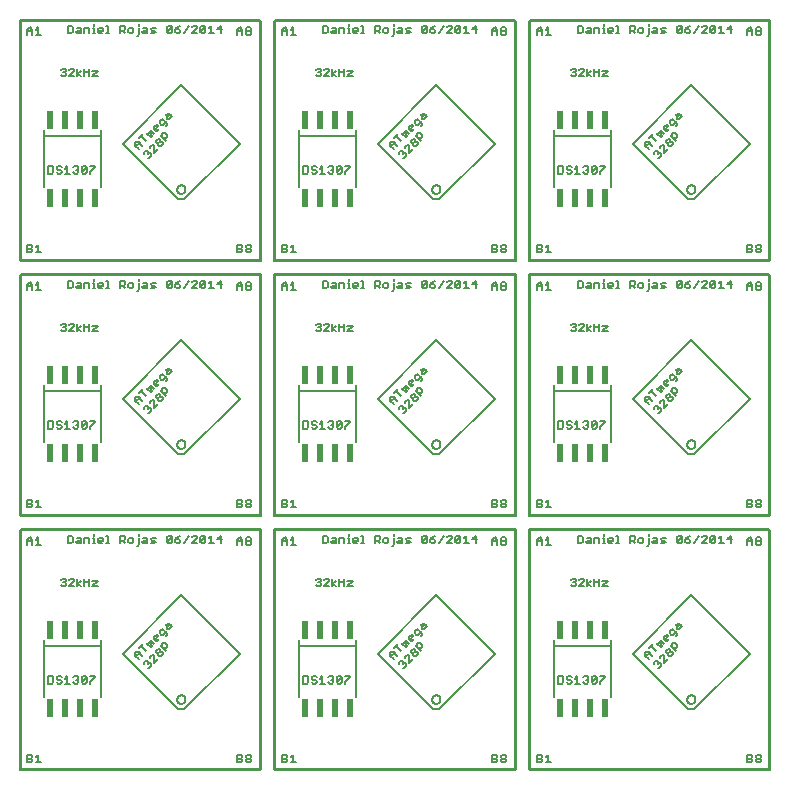
<source format=gto>
G75*
G70*
%OFA0B0*%
%FSLAX25Y25*%
%IPPOS*%
%LPD*%
%AMOC8*
5,1,8,0,0,1.08239X$1,22.5*
%
%ADD10C,0.00800*%
%ADD15R,0.01930X0.05980*%
X0010000Y0010000D02*
G75*
%LPD*%
D10*
X0010000Y0010000D02*
X0090000Y0010000D01*
X0090000Y0090000D01*
X0010000Y0090000D01*
X0010000Y0010000D01*
D10*
X0012490Y0012500D02*
X0013740Y0012500D01*
X0014160Y0012920D01*
X0014160Y0013330D01*
X0013740Y0013750D01*
X0012490Y0013750D01*
X0012490Y0012500D02*
X0012490Y0015000D01*
X0013740Y0015000D01*
X0014160Y0014590D01*
X0014160Y0014170D01*
X0013740Y0013750D01*
X0015250Y0014170D02*
X0016080Y0015000D01*
X0016080Y0012500D01*
X0015250Y0012500D02*
X0016920Y0012500D01*
X0019460Y0038750D02*
X0020710Y0038750D01*
X0021130Y0039170D01*
X0021130Y0040840D01*
X0020710Y0041250D01*
X0019460Y0041250D01*
X0019460Y0038750D01*
X0022230Y0039170D02*
X0022640Y0038750D01*
X0023480Y0038750D01*
X0023890Y0039170D01*
X0023890Y0039580D01*
X0023480Y0040000D01*
X0022640Y0040000D01*
X0022230Y0040420D01*
X0022230Y0040840D01*
X0022640Y0041250D01*
X0023480Y0041250D01*
X0023890Y0040840D01*
X0024990Y0040420D02*
X0025820Y0041250D01*
X0025820Y0038750D01*
X0024990Y0038750D02*
X0026660Y0038750D01*
X0027750Y0039170D02*
X0028170Y0038750D01*
X0029000Y0038750D01*
X0029420Y0039170D01*
X0029420Y0039580D01*
X0029000Y0040000D01*
X0028580Y0040000D01*
X0029000Y0040000D02*
X0029420Y0040420D01*
X0029420Y0040840D01*
X0029000Y0041250D01*
X0028170Y0041250D01*
X0027750Y0040840D01*
X0030510Y0040840D02*
X0030510Y0039170D01*
X0032180Y0040840D01*
X0032180Y0039170D01*
X0031760Y0038750D01*
X0030930Y0038750D01*
X0030510Y0039170D01*
X0030510Y0040840D02*
X0030930Y0041250D01*
X0031760Y0041250D01*
X0032180Y0040840D01*
X0033270Y0041250D02*
X0034940Y0041250D01*
X0034940Y0040840D01*
X0033270Y0039170D01*
X0033270Y0038750D01*
X0048440Y0048160D02*
X0048440Y0049340D01*
X0049620Y0049340D01*
X0050800Y0048160D01*
X0049920Y0049050D02*
X0048740Y0047870D01*
X0048440Y0048160D02*
X0049620Y0046980D01*
X0051330Y0045860D02*
X0051330Y0045270D01*
X0051330Y0045860D02*
X0051920Y0046450D01*
X0052510Y0046450D01*
X0052800Y0046160D01*
X0052800Y0045570D01*
X0053390Y0045570D01*
X0053690Y0045270D01*
X0053690Y0044680D01*
X0053100Y0044100D01*
X0052510Y0044100D01*
X0052510Y0045270D02*
X0052800Y0045570D01*
X0053280Y0047230D02*
X0053280Y0047820D01*
X0053870Y0048410D01*
X0054460Y0048410D01*
X0054760Y0048110D01*
X0054760Y0045750D01*
X0055940Y0046930D01*
X0056410Y0048000D02*
X0056120Y0048300D01*
X0056120Y0048890D01*
X0056710Y0049480D01*
X0057300Y0049480D01*
X0057590Y0049180D01*
X0057590Y0048590D01*
X0057000Y0048000D01*
X0056410Y0048000D01*
X0056120Y0048890D02*
X0055530Y0048890D01*
X0055240Y0049180D01*
X0055240Y0049770D01*
X0055830Y0050360D01*
X0056410Y0050360D01*
X0056710Y0050070D01*
X0056710Y0049480D01*
X0058070Y0050250D02*
X0058960Y0051130D01*
X0058960Y0051720D01*
X0058370Y0052310D01*
X0057780Y0052310D01*
X0056890Y0051430D01*
X0058660Y0049660D01*
X0055780Y0053140D02*
X0055190Y0053140D01*
X0054600Y0053730D01*
X0054600Y0054320D01*
X0055190Y0054910D01*
X0055780Y0054910D01*
X0056070Y0054610D01*
X0054890Y0053430D01*
X0055780Y0053140D02*
X0056370Y0053730D01*
X0057140Y0055090D02*
X0057730Y0055090D01*
X0058610Y0055970D01*
X0058910Y0055680D02*
X0057430Y0057150D01*
X0056550Y0056270D01*
X0056550Y0055680D01*
X0057140Y0055090D01*
X0058610Y0054800D02*
X0058910Y0055090D01*
X0058910Y0055680D01*
X0059090Y0057040D02*
X0059090Y0057630D01*
X0059980Y0058520D01*
X0059680Y0058810D02*
X0060570Y0057930D01*
X0059680Y0057040D01*
X0059090Y0057040D01*
X0058500Y0058220D02*
X0059090Y0058810D01*
X0059680Y0058810D01*
X0053820Y0052950D02*
X0054710Y0052070D01*
X0054120Y0051480D02*
X0053230Y0052360D01*
X0053230Y0052950D01*
X0053820Y0052950D01*
X0053230Y0052360D02*
X0052640Y0052360D01*
X0052350Y0052070D01*
X0053530Y0050890D01*
X0052160Y0049530D02*
X0050400Y0051290D01*
X0050980Y0051880D02*
X0049810Y0050700D01*
X0035830Y0071250D02*
X0034160Y0071250D01*
X0035830Y0072920D01*
X0034160Y0072920D01*
X0033070Y0072500D02*
X0031400Y0072500D01*
X0031400Y0071250D02*
X0031400Y0073750D01*
X0030350Y0072920D02*
X0029100Y0072080D01*
X0030350Y0071250D01*
X0029100Y0071250D02*
X0029100Y0073750D01*
X0028000Y0073340D02*
X0028000Y0072920D01*
X0026340Y0071250D01*
X0028000Y0071250D01*
X0028000Y0073340D02*
X0027590Y0073750D01*
X0026750Y0073750D01*
X0026340Y0073340D01*
X0025240Y0073340D02*
X0025240Y0072920D01*
X0024830Y0072500D01*
X0025240Y0072080D01*
X0025240Y0071670D01*
X0024830Y0071250D01*
X0023990Y0071250D01*
X0023570Y0071670D01*
X0024410Y0072500D02*
X0024830Y0072500D01*
X0025240Y0073340D02*
X0024830Y0073750D01*
X0023990Y0073750D01*
X0023570Y0073340D01*
X0033070Y0073750D02*
X0033070Y0071250D01*
X0033080Y0085630D02*
X0033080Y0086880D01*
X0032660Y0087290D01*
X0031410Y0087290D01*
X0031410Y0085630D01*
X0030310Y0085630D02*
X0029060Y0085630D01*
X0028640Y0086040D01*
X0029060Y0086460D01*
X0030310Y0086460D01*
X0030310Y0086880D02*
X0030310Y0085630D01*
X0030310Y0086880D02*
X0029900Y0087290D01*
X0029060Y0087290D01*
X0027550Y0087710D02*
X0027550Y0086040D01*
X0027130Y0085630D01*
X0025880Y0085630D01*
X0025880Y0088130D01*
X0027130Y0088130D01*
X0027550Y0087710D01*
X0034170Y0087290D02*
X0034590Y0087290D01*
X0034590Y0085630D01*
X0035000Y0085630D02*
X0034170Y0085630D01*
X0036010Y0086040D02*
X0036010Y0086880D01*
X0036430Y0087290D01*
X0037260Y0087290D01*
X0037680Y0086880D01*
X0037680Y0086460D01*
X0036010Y0086460D01*
X0036010Y0086040D02*
X0036430Y0085630D01*
X0037260Y0085630D01*
X0038770Y0085630D02*
X0039610Y0085630D01*
X0039190Y0085630D02*
X0039190Y0088130D01*
X0038770Y0088130D01*
X0034590Y0088130D02*
X0034590Y0088540D01*
X0043380Y0088130D02*
X0043380Y0085630D01*
X0043380Y0086460D02*
X0044630Y0086460D01*
X0045050Y0086880D01*
X0045050Y0087710D01*
X0044630Y0088130D01*
X0043380Y0088130D01*
X0044210Y0086460D02*
X0045050Y0085630D01*
X0046140Y0086040D02*
X0046140Y0086880D01*
X0046560Y0087290D01*
X0047390Y0087290D01*
X0047810Y0086880D01*
X0047810Y0086040D01*
X0047390Y0085630D01*
X0046560Y0085630D01*
X0046140Y0086040D01*
X0048900Y0084790D02*
X0049320Y0084790D01*
X0049740Y0085210D01*
X0049740Y0087290D01*
X0049740Y0088130D02*
X0049740Y0088540D01*
X0051160Y0087290D02*
X0051990Y0087290D01*
X0052410Y0086880D01*
X0052410Y0085630D01*
X0051160Y0085630D01*
X0050740Y0086040D01*
X0051160Y0086460D01*
X0052410Y0086460D01*
X0053510Y0086880D02*
X0053920Y0087290D01*
X0055170Y0087290D01*
X0054760Y0086460D02*
X0053920Y0086460D01*
X0053510Y0086880D01*
X0053510Y0085630D02*
X0054760Y0085630D01*
X0055170Y0086040D01*
X0054760Y0086460D01*
X0059030Y0086040D02*
X0060700Y0087710D01*
X0060700Y0086040D01*
X0060280Y0085630D01*
X0059450Y0085630D01*
X0059030Y0086040D01*
X0059030Y0087710D01*
X0059450Y0088130D01*
X0060280Y0088130D01*
X0060700Y0087710D01*
X0061790Y0086880D02*
X0063040Y0086880D01*
X0063460Y0086460D01*
X0063460Y0086040D01*
X0063040Y0085630D01*
X0062210Y0085630D01*
X0061790Y0086040D01*
X0061790Y0086880D01*
X0062630Y0087710D01*
X0063460Y0088130D01*
X0064560Y0085630D02*
X0066220Y0088130D01*
X0067320Y0087710D02*
X0067730Y0088130D01*
X0068570Y0088130D01*
X0068990Y0087710D01*
X0068990Y0087290D01*
X0067320Y0085630D01*
X0068990Y0085630D01*
X0070080Y0086040D02*
X0071750Y0087710D01*
X0071750Y0086040D01*
X0071330Y0085630D01*
X0070500Y0085630D01*
X0070080Y0086040D01*
X0070080Y0087710D01*
X0070500Y0088130D01*
X0071330Y0088130D01*
X0071750Y0087710D01*
X0072840Y0087290D02*
X0073680Y0088130D01*
X0073680Y0085630D01*
X0074510Y0085630D02*
X0072840Y0085630D01*
X0075600Y0086880D02*
X0077270Y0086880D01*
X0076860Y0085630D02*
X0076860Y0088130D01*
X0075600Y0086880D01*
X0082490Y0086670D02*
X0082490Y0085000D01*
X0082490Y0086250D02*
X0084160Y0086250D01*
X0084160Y0086670D02*
X0084160Y0085000D01*
X0085250Y0085420D02*
X0085250Y0085830D01*
X0085670Y0086250D01*
X0086500Y0086250D01*
X0086920Y0085830D01*
X0086920Y0085420D01*
X0086500Y0085000D01*
X0085670Y0085000D01*
X0085250Y0085420D01*
X0085670Y0086250D02*
X0085250Y0086670D01*
X0085250Y0087090D01*
X0085670Y0087500D01*
X0086500Y0087500D01*
X0086920Y0087090D01*
X0086920Y0086670D01*
X0086500Y0086250D01*
X0084160Y0086670D02*
X0083320Y0087500D01*
X0082490Y0086670D01*
X0016920Y0085000D02*
X0015250Y0085000D01*
X0016080Y0085000D02*
X0016080Y0087500D01*
X0015250Y0086670D01*
X0014160Y0086670D02*
X0014160Y0085000D01*
X0014160Y0086250D02*
X0012490Y0086250D01*
X0012490Y0086670D02*
X0012490Y0085000D01*
X0012490Y0086670D02*
X0013320Y0087500D01*
X0014160Y0086670D01*
X0082490Y0015000D02*
X0083740Y0015000D01*
X0084160Y0014590D01*
X0084160Y0014170D01*
X0083740Y0013750D01*
X0082490Y0013750D01*
X0083740Y0013750D02*
X0084160Y0013330D01*
X0084160Y0012920D01*
X0083740Y0012500D01*
X0082490Y0012500D01*
X0082490Y0015000D01*
X0085250Y0014590D02*
X0085250Y0014170D01*
X0085670Y0013750D01*
X0086500Y0013750D01*
X0086920Y0013330D01*
X0086920Y0012920D01*
X0086500Y0012500D01*
X0085670Y0012500D01*
X0085250Y0012920D01*
X0085250Y0013330D01*
X0085670Y0013750D01*
X0086500Y0013750D02*
X0086920Y0014170D01*
X0086920Y0014590D01*
X0086500Y0015000D01*
X0085670Y0015000D01*
X0085250Y0014590D01*
D10*
X0064740Y0030220D02*
X0062760Y0030220D01*
X0044230Y0048750D01*
X0063750Y0068270D01*
X0083270Y0048750D01*
X0064740Y0030220D01*
X0062340Y0033480D02*
X0062360Y0033710D01*
X0062420Y0033940D01*
X0062510Y0034150D01*
X0062640Y0034350D01*
X0062800Y0034520D01*
X0062980Y0034660D01*
X0063180Y0034770D01*
X0063400Y0034850D01*
X0063630Y0034890D01*
X0063870Y0034890D01*
X0064100Y0034850D01*
X0064320Y0034770D01*
X0064520Y0034660D01*
X0064700Y0034520D01*
X0064860Y0034350D01*
X0064990Y0034150D01*
X0065080Y0033940D01*
X0065140Y0033710D01*
X0065160Y0033480D01*
X0065140Y0033250D01*
X0065080Y0033020D01*
X0064990Y0032810D01*
X0064860Y0032610D01*
X0064700Y0032440D01*
X0064520Y0032300D01*
X0064320Y0032190D01*
X0064100Y0032110D01*
X0063870Y0032070D01*
X0063630Y0032070D01*
X0063400Y0032110D01*
X0063180Y0032190D01*
X0062980Y0032300D01*
X0062800Y0032440D01*
X0062640Y0032610D01*
X0062510Y0032810D01*
X0062420Y0033020D01*
X0062360Y0033250D01*
X0062340Y0033480D01*
D10*
X0036950Y0034180D02*
X0036950Y0051350D01*
X0018050Y0051350D01*
X0018050Y0053320D01*
X0018050Y0051350D02*
X0018050Y0034180D01*
X0036950Y0051350D02*
X0036950Y0053320D01*
D15*
X0035000Y0056700D03*
X0030000Y0056700D03*
X0025000Y0056700D03*
X0020000Y0056700D03*
X0020000Y0030800D03*
X0025000Y0030800D03*
X0030000Y0030800D03*
X0035000Y0030800D03*
D10*
X0010400Y0010400D02*
X0010400Y0090400D01*
X0010400Y0090400D02*
X0090400Y0090400D01*
X0090400Y0010400D01*
X0010400Y0010400D01*
X0010000Y0095000D02*
G75*
%LPD*%
D10*
X0010000Y0095000D02*
X0090000Y0095000D01*
X0090000Y0175000D01*
X0010000Y0175000D01*
X0010000Y0095000D01*
D10*
X0012490Y0097500D02*
X0013740Y0097500D01*
X0014160Y0097920D01*
X0014160Y0098330D01*
X0013740Y0098750D01*
X0012490Y0098750D01*
X0012490Y0097500D02*
X0012490Y0100000D01*
X0013740Y0100000D01*
X0014160Y0099590D01*
X0014160Y0099170D01*
X0013740Y0098750D01*
X0015250Y0099170D02*
X0016080Y0100000D01*
X0016080Y0097500D01*
X0015250Y0097500D02*
X0016920Y0097500D01*
X0019460Y0123750D02*
X0020710Y0123750D01*
X0021130Y0124170D01*
X0021130Y0125840D01*
X0020710Y0126250D01*
X0019460Y0126250D01*
X0019460Y0123750D01*
X0022230Y0124170D02*
X0022640Y0123750D01*
X0023480Y0123750D01*
X0023890Y0124170D01*
X0023890Y0124580D01*
X0023480Y0125000D01*
X0022640Y0125000D01*
X0022230Y0125420D01*
X0022230Y0125840D01*
X0022640Y0126250D01*
X0023480Y0126250D01*
X0023890Y0125840D01*
X0024990Y0125420D02*
X0025820Y0126250D01*
X0025820Y0123750D01*
X0024990Y0123750D02*
X0026660Y0123750D01*
X0027750Y0124170D02*
X0028170Y0123750D01*
X0029000Y0123750D01*
X0029420Y0124170D01*
X0029420Y0124580D01*
X0029000Y0125000D01*
X0028580Y0125000D01*
X0029000Y0125000D02*
X0029420Y0125420D01*
X0029420Y0125840D01*
X0029000Y0126250D01*
X0028170Y0126250D01*
X0027750Y0125840D01*
X0030510Y0125840D02*
X0030510Y0124170D01*
X0032180Y0125840D01*
X0032180Y0124170D01*
X0031760Y0123750D01*
X0030930Y0123750D01*
X0030510Y0124170D01*
X0030510Y0125840D02*
X0030930Y0126250D01*
X0031760Y0126250D01*
X0032180Y0125840D01*
X0033270Y0126250D02*
X0034940Y0126250D01*
X0034940Y0125840D01*
X0033270Y0124170D01*
X0033270Y0123750D01*
X0048440Y0133160D02*
X0048440Y0134340D01*
X0049620Y0134340D01*
X0050800Y0133160D01*
X0049920Y0134050D02*
X0048740Y0132870D01*
X0048440Y0133160D02*
X0049620Y0131980D01*
X0051330Y0130860D02*
X0051330Y0130270D01*
X0051330Y0130860D02*
X0051920Y0131450D01*
X0052510Y0131450D01*
X0052800Y0131160D01*
X0052800Y0130570D01*
X0053390Y0130570D01*
X0053690Y0130270D01*
X0053690Y0129680D01*
X0053100Y0129100D01*
X0052510Y0129100D01*
X0052510Y0130270D02*
X0052800Y0130570D01*
X0053280Y0132230D02*
X0053280Y0132820D01*
X0053870Y0133410D01*
X0054460Y0133410D01*
X0054760Y0133110D01*
X0054760Y0130750D01*
X0055940Y0131930D01*
X0056410Y0133000D02*
X0056120Y0133300D01*
X0056120Y0133890D01*
X0056710Y0134480D01*
X0057300Y0134480D01*
X0057590Y0134180D01*
X0057590Y0133590D01*
X0057000Y0133000D01*
X0056410Y0133000D01*
X0056120Y0133890D02*
X0055530Y0133890D01*
X0055240Y0134180D01*
X0055240Y0134770D01*
X0055830Y0135360D01*
X0056410Y0135360D01*
X0056710Y0135070D01*
X0056710Y0134480D01*
X0058070Y0135250D02*
X0058960Y0136130D01*
X0058960Y0136720D01*
X0058370Y0137310D01*
X0057780Y0137310D01*
X0056890Y0136430D01*
X0058660Y0134660D01*
X0055780Y0138140D02*
X0055190Y0138140D01*
X0054600Y0138730D01*
X0054600Y0139320D01*
X0055190Y0139910D01*
X0055780Y0139910D01*
X0056070Y0139610D01*
X0054890Y0138430D01*
X0055780Y0138140D02*
X0056370Y0138730D01*
X0057140Y0140090D02*
X0057730Y0140090D01*
X0058610Y0140970D01*
X0058910Y0140680D02*
X0057430Y0142150D01*
X0056550Y0141270D01*
X0056550Y0140680D01*
X0057140Y0140090D01*
X0058610Y0139800D02*
X0058910Y0140090D01*
X0058910Y0140680D01*
X0059090Y0142040D02*
X0059090Y0142630D01*
X0059980Y0143520D01*
X0059680Y0143810D02*
X0060570Y0142930D01*
X0059680Y0142040D01*
X0059090Y0142040D01*
X0058500Y0143220D02*
X0059090Y0143810D01*
X0059680Y0143810D01*
X0053820Y0137950D02*
X0054710Y0137070D01*
X0054120Y0136480D02*
X0053230Y0137360D01*
X0053230Y0137950D01*
X0053820Y0137950D01*
X0053230Y0137360D02*
X0052640Y0137360D01*
X0052350Y0137070D01*
X0053530Y0135890D01*
X0052160Y0134530D02*
X0050400Y0136290D01*
X0050980Y0136880D02*
X0049810Y0135700D01*
X0035830Y0156250D02*
X0034160Y0156250D01*
X0035830Y0157920D01*
X0034160Y0157920D01*
X0033070Y0157500D02*
X0031400Y0157500D01*
X0031400Y0156250D02*
X0031400Y0158750D01*
X0030350Y0157920D02*
X0029100Y0157080D01*
X0030350Y0156250D01*
X0029100Y0156250D02*
X0029100Y0158750D01*
X0028000Y0158340D02*
X0028000Y0157920D01*
X0026340Y0156250D01*
X0028000Y0156250D01*
X0028000Y0158340D02*
X0027590Y0158750D01*
X0026750Y0158750D01*
X0026340Y0158340D01*
X0025240Y0158340D02*
X0025240Y0157920D01*
X0024830Y0157500D01*
X0025240Y0157080D01*
X0025240Y0156670D01*
X0024830Y0156250D01*
X0023990Y0156250D01*
X0023570Y0156670D01*
X0024410Y0157500D02*
X0024830Y0157500D01*
X0025240Y0158340D02*
X0024830Y0158750D01*
X0023990Y0158750D01*
X0023570Y0158340D01*
X0033070Y0158750D02*
X0033070Y0156250D01*
X0033080Y0170630D02*
X0033080Y0171880D01*
X0032660Y0172290D01*
X0031410Y0172290D01*
X0031410Y0170630D01*
X0030310Y0170630D02*
X0029060Y0170630D01*
X0028640Y0171040D01*
X0029060Y0171460D01*
X0030310Y0171460D01*
X0030310Y0171880D02*
X0030310Y0170630D01*
X0030310Y0171880D02*
X0029900Y0172290D01*
X0029060Y0172290D01*
X0027550Y0172710D02*
X0027550Y0171040D01*
X0027130Y0170630D01*
X0025880Y0170630D01*
X0025880Y0173130D01*
X0027130Y0173130D01*
X0027550Y0172710D01*
X0034170Y0172290D02*
X0034590Y0172290D01*
X0034590Y0170630D01*
X0035000Y0170630D02*
X0034170Y0170630D01*
X0036010Y0171040D02*
X0036010Y0171880D01*
X0036430Y0172290D01*
X0037260Y0172290D01*
X0037680Y0171880D01*
X0037680Y0171460D01*
X0036010Y0171460D01*
X0036010Y0171040D02*
X0036430Y0170630D01*
X0037260Y0170630D01*
X0038770Y0170630D02*
X0039610Y0170630D01*
X0039190Y0170630D02*
X0039190Y0173130D01*
X0038770Y0173130D01*
X0034590Y0173130D02*
X0034590Y0173540D01*
X0043380Y0173130D02*
X0043380Y0170630D01*
X0043380Y0171460D02*
X0044630Y0171460D01*
X0045050Y0171880D01*
X0045050Y0172710D01*
X0044630Y0173130D01*
X0043380Y0173130D01*
X0044210Y0171460D02*
X0045050Y0170630D01*
X0046140Y0171040D02*
X0046140Y0171880D01*
X0046560Y0172290D01*
X0047390Y0172290D01*
X0047810Y0171880D01*
X0047810Y0171040D01*
X0047390Y0170630D01*
X0046560Y0170630D01*
X0046140Y0171040D01*
X0048900Y0169790D02*
X0049320Y0169790D01*
X0049740Y0170210D01*
X0049740Y0172290D01*
X0049740Y0173130D02*
X0049740Y0173540D01*
X0051160Y0172290D02*
X0051990Y0172290D01*
X0052410Y0171880D01*
X0052410Y0170630D01*
X0051160Y0170630D01*
X0050740Y0171040D01*
X0051160Y0171460D01*
X0052410Y0171460D01*
X0053510Y0171880D02*
X0053920Y0172290D01*
X0055170Y0172290D01*
X0054760Y0171460D02*
X0053920Y0171460D01*
X0053510Y0171880D01*
X0053510Y0170630D02*
X0054760Y0170630D01*
X0055170Y0171040D01*
X0054760Y0171460D01*
X0059030Y0171040D02*
X0060700Y0172710D01*
X0060700Y0171040D01*
X0060280Y0170630D01*
X0059450Y0170630D01*
X0059030Y0171040D01*
X0059030Y0172710D01*
X0059450Y0173130D01*
X0060280Y0173130D01*
X0060700Y0172710D01*
X0061790Y0171880D02*
X0063040Y0171880D01*
X0063460Y0171460D01*
X0063460Y0171040D01*
X0063040Y0170630D01*
X0062210Y0170630D01*
X0061790Y0171040D01*
X0061790Y0171880D01*
X0062630Y0172710D01*
X0063460Y0173130D01*
X0064560Y0170630D02*
X0066220Y0173130D01*
X0067320Y0172710D02*
X0067730Y0173130D01*
X0068570Y0173130D01*
X0068990Y0172710D01*
X0068990Y0172290D01*
X0067320Y0170630D01*
X0068990Y0170630D01*
X0070080Y0171040D02*
X0071750Y0172710D01*
X0071750Y0171040D01*
X0071330Y0170630D01*
X0070500Y0170630D01*
X0070080Y0171040D01*
X0070080Y0172710D01*
X0070500Y0173130D01*
X0071330Y0173130D01*
X0071750Y0172710D01*
X0072840Y0172290D02*
X0073680Y0173130D01*
X0073680Y0170630D01*
X0074510Y0170630D02*
X0072840Y0170630D01*
X0075600Y0171880D02*
X0077270Y0171880D01*
X0076860Y0170630D02*
X0076860Y0173130D01*
X0075600Y0171880D01*
X0082490Y0171670D02*
X0082490Y0170000D01*
X0082490Y0171250D02*
X0084160Y0171250D01*
X0084160Y0171670D02*
X0084160Y0170000D01*
X0085250Y0170420D02*
X0085250Y0170830D01*
X0085670Y0171250D01*
X0086500Y0171250D01*
X0086920Y0170830D01*
X0086920Y0170420D01*
X0086500Y0170000D01*
X0085670Y0170000D01*
X0085250Y0170420D01*
X0085670Y0171250D02*
X0085250Y0171670D01*
X0085250Y0172090D01*
X0085670Y0172500D01*
X0086500Y0172500D01*
X0086920Y0172090D01*
X0086920Y0171670D01*
X0086500Y0171250D01*
X0084160Y0171670D02*
X0083320Y0172500D01*
X0082490Y0171670D01*
X0016920Y0170000D02*
X0015250Y0170000D01*
X0016080Y0170000D02*
X0016080Y0172500D01*
X0015250Y0171670D01*
X0014160Y0171670D02*
X0014160Y0170000D01*
X0014160Y0171250D02*
X0012490Y0171250D01*
X0012490Y0171670D02*
X0012490Y0170000D01*
X0012490Y0171670D02*
X0013320Y0172500D01*
X0014160Y0171670D01*
X0082490Y0100000D02*
X0083740Y0100000D01*
X0084160Y0099590D01*
X0084160Y0099170D01*
X0083740Y0098750D01*
X0082490Y0098750D01*
X0083740Y0098750D02*
X0084160Y0098330D01*
X0084160Y0097920D01*
X0083740Y0097500D01*
X0082490Y0097500D01*
X0082490Y0100000D01*
X0085250Y0099590D02*
X0085250Y0099170D01*
X0085670Y0098750D01*
X0086500Y0098750D01*
X0086920Y0098330D01*
X0086920Y0097920D01*
X0086500Y0097500D01*
X0085670Y0097500D01*
X0085250Y0097920D01*
X0085250Y0098330D01*
X0085670Y0098750D01*
X0086500Y0098750D02*
X0086920Y0099170D01*
X0086920Y0099590D01*
X0086500Y0100000D01*
X0085670Y0100000D01*
X0085250Y0099590D01*
D10*
X0064740Y0115220D02*
X0062760Y0115220D01*
X0044230Y0133750D01*
X0063750Y0153270D01*
X0083270Y0133750D01*
X0064740Y0115220D01*
X0062340Y0118480D02*
X0062360Y0118710D01*
X0062420Y0118940D01*
X0062510Y0119150D01*
X0062640Y0119350D01*
X0062800Y0119520D01*
X0062980Y0119660D01*
X0063180Y0119770D01*
X0063400Y0119850D01*
X0063630Y0119890D01*
X0063870Y0119890D01*
X0064100Y0119850D01*
X0064320Y0119770D01*
X0064520Y0119660D01*
X0064700Y0119520D01*
X0064860Y0119350D01*
X0064990Y0119150D01*
X0065080Y0118940D01*
X0065140Y0118710D01*
X0065160Y0118480D01*
X0065140Y0118250D01*
X0065080Y0118020D01*
X0064990Y0117810D01*
X0064860Y0117610D01*
X0064700Y0117440D01*
X0064520Y0117300D01*
X0064320Y0117190D01*
X0064100Y0117110D01*
X0063870Y0117070D01*
X0063630Y0117070D01*
X0063400Y0117110D01*
X0063180Y0117190D01*
X0062980Y0117300D01*
X0062800Y0117440D01*
X0062640Y0117610D01*
X0062510Y0117810D01*
X0062420Y0118020D01*
X0062360Y0118250D01*
X0062340Y0118480D01*
D10*
X0036950Y0119180D02*
X0036950Y0136350D01*
X0018050Y0136350D01*
X0018050Y0138320D01*
X0018050Y0136350D02*
X0018050Y0119180D01*
X0036950Y0136350D02*
X0036950Y0138320D01*
D15*
X0035000Y0141700D03*
X0030000Y0141700D03*
X0025000Y0141700D03*
X0020000Y0141700D03*
X0020000Y0115800D03*
X0025000Y0115800D03*
X0030000Y0115800D03*
X0035000Y0115800D03*
D10*
X0010400Y0094600D02*
X0010400Y0175400D01*
X0010400Y0175400D02*
X0090400Y0175400D01*
X0090400Y0094600D01*
X0010400Y0094600D01*
X0010000Y0180000D02*
G75*
%LPD*%
D10*
X0010000Y0180000D02*
X0090000Y0180000D01*
X0090000Y0260000D01*
X0010000Y0260000D01*
X0010000Y0180000D01*
D10*
X0012490Y0182500D02*
X0013740Y0182500D01*
X0014160Y0182920D01*
X0014160Y0183330D01*
X0013740Y0183750D01*
X0012490Y0183750D01*
X0012490Y0182500D02*
X0012490Y0185000D01*
X0013740Y0185000D01*
X0014160Y0184590D01*
X0014160Y0184170D01*
X0013740Y0183750D01*
X0015250Y0184170D02*
X0016080Y0185000D01*
X0016080Y0182500D01*
X0015250Y0182500D02*
X0016920Y0182500D01*
X0019460Y0208750D02*
X0020710Y0208750D01*
X0021130Y0209170D01*
X0021130Y0210840D01*
X0020710Y0211250D01*
X0019460Y0211250D01*
X0019460Y0208750D01*
X0022230Y0209170D02*
X0022640Y0208750D01*
X0023480Y0208750D01*
X0023890Y0209170D01*
X0023890Y0209580D01*
X0023480Y0210000D01*
X0022640Y0210000D01*
X0022230Y0210420D01*
X0022230Y0210840D01*
X0022640Y0211250D01*
X0023480Y0211250D01*
X0023890Y0210840D01*
X0024990Y0210420D02*
X0025820Y0211250D01*
X0025820Y0208750D01*
X0024990Y0208750D02*
X0026660Y0208750D01*
X0027750Y0209170D02*
X0028170Y0208750D01*
X0029000Y0208750D01*
X0029420Y0209170D01*
X0029420Y0209580D01*
X0029000Y0210000D01*
X0028580Y0210000D01*
X0029000Y0210000D02*
X0029420Y0210420D01*
X0029420Y0210840D01*
X0029000Y0211250D01*
X0028170Y0211250D01*
X0027750Y0210840D01*
X0030510Y0210840D02*
X0030510Y0209170D01*
X0032180Y0210840D01*
X0032180Y0209170D01*
X0031760Y0208750D01*
X0030930Y0208750D01*
X0030510Y0209170D01*
X0030510Y0210840D02*
X0030930Y0211250D01*
X0031760Y0211250D01*
X0032180Y0210840D01*
X0033270Y0211250D02*
X0034940Y0211250D01*
X0034940Y0210840D01*
X0033270Y0209170D01*
X0033270Y0208750D01*
X0048440Y0218160D02*
X0048440Y0219340D01*
X0049620Y0219340D01*
X0050800Y0218160D01*
X0049920Y0219050D02*
X0048740Y0217870D01*
X0048440Y0218160D02*
X0049620Y0216980D01*
X0051330Y0215860D02*
X0051330Y0215270D01*
X0051330Y0215860D02*
X0051920Y0216450D01*
X0052510Y0216450D01*
X0052800Y0216160D01*
X0052800Y0215570D01*
X0053390Y0215570D01*
X0053690Y0215270D01*
X0053690Y0214680D01*
X0053100Y0214100D01*
X0052510Y0214100D01*
X0052510Y0215270D02*
X0052800Y0215570D01*
X0053280Y0217230D02*
X0053280Y0217820D01*
X0053870Y0218410D01*
X0054460Y0218410D01*
X0054760Y0218110D01*
X0054760Y0215750D01*
X0055940Y0216930D01*
X0056410Y0218000D02*
X0056120Y0218300D01*
X0056120Y0218890D01*
X0056710Y0219480D01*
X0057300Y0219480D01*
X0057590Y0219180D01*
X0057590Y0218590D01*
X0057000Y0218000D01*
X0056410Y0218000D01*
X0056120Y0218890D02*
X0055530Y0218890D01*
X0055240Y0219180D01*
X0055240Y0219770D01*
X0055830Y0220360D01*
X0056410Y0220360D01*
X0056710Y0220070D01*
X0056710Y0219480D01*
X0058070Y0220250D02*
X0058960Y0221130D01*
X0058960Y0221720D01*
X0058370Y0222310D01*
X0057780Y0222310D01*
X0056890Y0221430D01*
X0058660Y0219660D01*
X0055780Y0223140D02*
X0055190Y0223140D01*
X0054600Y0223730D01*
X0054600Y0224320D01*
X0055190Y0224910D01*
X0055780Y0224910D01*
X0056070Y0224610D01*
X0054890Y0223430D01*
X0055780Y0223140D02*
X0056370Y0223730D01*
X0057140Y0225090D02*
X0057730Y0225090D01*
X0058610Y0225970D01*
X0058910Y0225680D02*
X0057430Y0227150D01*
X0056550Y0226270D01*
X0056550Y0225680D01*
X0057140Y0225090D01*
X0058610Y0224800D02*
X0058910Y0225090D01*
X0058910Y0225680D01*
X0059090Y0227040D02*
X0059090Y0227630D01*
X0059980Y0228520D01*
X0059680Y0228810D02*
X0060570Y0227930D01*
X0059680Y0227040D01*
X0059090Y0227040D01*
X0058500Y0228220D02*
X0059090Y0228810D01*
X0059680Y0228810D01*
X0053820Y0222950D02*
X0054710Y0222070D01*
X0054120Y0221480D02*
X0053230Y0222360D01*
X0053230Y0222950D01*
X0053820Y0222950D01*
X0053230Y0222360D02*
X0052640Y0222360D01*
X0052350Y0222070D01*
X0053530Y0220890D01*
X0052160Y0219530D02*
X0050400Y0221290D01*
X0050980Y0221880D02*
X0049810Y0220700D01*
X0035830Y0241250D02*
X0034160Y0241250D01*
X0035830Y0242920D01*
X0034160Y0242920D01*
X0033070Y0242500D02*
X0031400Y0242500D01*
X0031400Y0241250D02*
X0031400Y0243750D01*
X0030350Y0242920D02*
X0029100Y0242080D01*
X0030350Y0241250D01*
X0029100Y0241250D02*
X0029100Y0243750D01*
X0028000Y0243340D02*
X0028000Y0242920D01*
X0026340Y0241250D01*
X0028000Y0241250D01*
X0028000Y0243340D02*
X0027590Y0243750D01*
X0026750Y0243750D01*
X0026340Y0243340D01*
X0025240Y0243340D02*
X0025240Y0242920D01*
X0024830Y0242500D01*
X0025240Y0242080D01*
X0025240Y0241670D01*
X0024830Y0241250D01*
X0023990Y0241250D01*
X0023570Y0241670D01*
X0024410Y0242500D02*
X0024830Y0242500D01*
X0025240Y0243340D02*
X0024830Y0243750D01*
X0023990Y0243750D01*
X0023570Y0243340D01*
X0033070Y0243750D02*
X0033070Y0241250D01*
X0033080Y0255630D02*
X0033080Y0256880D01*
X0032660Y0257290D01*
X0031410Y0257290D01*
X0031410Y0255630D01*
X0030310Y0255630D02*
X0029060Y0255630D01*
X0028640Y0256040D01*
X0029060Y0256460D01*
X0030310Y0256460D01*
X0030310Y0256880D02*
X0030310Y0255630D01*
X0030310Y0256880D02*
X0029900Y0257290D01*
X0029060Y0257290D01*
X0027550Y0257710D02*
X0027550Y0256040D01*
X0027130Y0255630D01*
X0025880Y0255630D01*
X0025880Y0258130D01*
X0027130Y0258130D01*
X0027550Y0257710D01*
X0034170Y0257290D02*
X0034590Y0257290D01*
X0034590Y0255630D01*
X0035000Y0255630D02*
X0034170Y0255630D01*
X0036010Y0256040D02*
X0036010Y0256880D01*
X0036430Y0257290D01*
X0037260Y0257290D01*
X0037680Y0256880D01*
X0037680Y0256460D01*
X0036010Y0256460D01*
X0036010Y0256040D02*
X0036430Y0255630D01*
X0037260Y0255630D01*
X0038770Y0255630D02*
X0039610Y0255630D01*
X0039190Y0255630D02*
X0039190Y0258130D01*
X0038770Y0258130D01*
X0034590Y0258130D02*
X0034590Y0258540D01*
X0043380Y0258130D02*
X0043380Y0255630D01*
X0043380Y0256460D02*
X0044630Y0256460D01*
X0045050Y0256880D01*
X0045050Y0257710D01*
X0044630Y0258130D01*
X0043380Y0258130D01*
X0044210Y0256460D02*
X0045050Y0255630D01*
X0046140Y0256040D02*
X0046140Y0256880D01*
X0046560Y0257290D01*
X0047390Y0257290D01*
X0047810Y0256880D01*
X0047810Y0256040D01*
X0047390Y0255630D01*
X0046560Y0255630D01*
X0046140Y0256040D01*
X0048900Y0254790D02*
X0049320Y0254790D01*
X0049740Y0255210D01*
X0049740Y0257290D01*
X0049740Y0258130D02*
X0049740Y0258540D01*
X0051160Y0257290D02*
X0051990Y0257290D01*
X0052410Y0256880D01*
X0052410Y0255630D01*
X0051160Y0255630D01*
X0050740Y0256040D01*
X0051160Y0256460D01*
X0052410Y0256460D01*
X0053510Y0256880D02*
X0053920Y0257290D01*
X0055170Y0257290D01*
X0054760Y0256460D02*
X0053920Y0256460D01*
X0053510Y0256880D01*
X0053510Y0255630D02*
X0054760Y0255630D01*
X0055170Y0256040D01*
X0054760Y0256460D01*
X0059030Y0256040D02*
X0060700Y0257710D01*
X0060700Y0256040D01*
X0060280Y0255630D01*
X0059450Y0255630D01*
X0059030Y0256040D01*
X0059030Y0257710D01*
X0059450Y0258130D01*
X0060280Y0258130D01*
X0060700Y0257710D01*
X0061790Y0256880D02*
X0063040Y0256880D01*
X0063460Y0256460D01*
X0063460Y0256040D01*
X0063040Y0255630D01*
X0062210Y0255630D01*
X0061790Y0256040D01*
X0061790Y0256880D01*
X0062630Y0257710D01*
X0063460Y0258130D01*
X0064560Y0255630D02*
X0066220Y0258130D01*
X0067320Y0257710D02*
X0067730Y0258130D01*
X0068570Y0258130D01*
X0068990Y0257710D01*
X0068990Y0257290D01*
X0067320Y0255630D01*
X0068990Y0255630D01*
X0070080Y0256040D02*
X0071750Y0257710D01*
X0071750Y0256040D01*
X0071330Y0255630D01*
X0070500Y0255630D01*
X0070080Y0256040D01*
X0070080Y0257710D01*
X0070500Y0258130D01*
X0071330Y0258130D01*
X0071750Y0257710D01*
X0072840Y0257290D02*
X0073680Y0258130D01*
X0073680Y0255630D01*
X0074510Y0255630D02*
X0072840Y0255630D01*
X0075600Y0256880D02*
X0077270Y0256880D01*
X0076860Y0255630D02*
X0076860Y0258130D01*
X0075600Y0256880D01*
X0082490Y0256670D02*
X0082490Y0255000D01*
X0082490Y0256250D02*
X0084160Y0256250D01*
X0084160Y0256670D02*
X0084160Y0255000D01*
X0085250Y0255420D02*
X0085250Y0255830D01*
X0085670Y0256250D01*
X0086500Y0256250D01*
X0086920Y0255830D01*
X0086920Y0255420D01*
X0086500Y0255000D01*
X0085670Y0255000D01*
X0085250Y0255420D01*
X0085670Y0256250D02*
X0085250Y0256670D01*
X0085250Y0257090D01*
X0085670Y0257500D01*
X0086500Y0257500D01*
X0086920Y0257090D01*
X0086920Y0256670D01*
X0086500Y0256250D01*
X0084160Y0256670D02*
X0083320Y0257500D01*
X0082490Y0256670D01*
X0016920Y0255000D02*
X0015250Y0255000D01*
X0016080Y0255000D02*
X0016080Y0257500D01*
X0015250Y0256670D01*
X0014160Y0256670D02*
X0014160Y0255000D01*
X0014160Y0256250D02*
X0012490Y0256250D01*
X0012490Y0256670D02*
X0012490Y0255000D01*
X0012490Y0256670D02*
X0013320Y0257500D01*
X0014160Y0256670D01*
X0082490Y0185000D02*
X0083740Y0185000D01*
X0084160Y0184590D01*
X0084160Y0184170D01*
X0083740Y0183750D01*
X0082490Y0183750D01*
X0083740Y0183750D02*
X0084160Y0183330D01*
X0084160Y0182920D01*
X0083740Y0182500D01*
X0082490Y0182500D01*
X0082490Y0185000D01*
X0085250Y0184590D02*
X0085250Y0184170D01*
X0085670Y0183750D01*
X0086500Y0183750D01*
X0086920Y0183330D01*
X0086920Y0182920D01*
X0086500Y0182500D01*
X0085670Y0182500D01*
X0085250Y0182920D01*
X0085250Y0183330D01*
X0085670Y0183750D01*
X0086500Y0183750D02*
X0086920Y0184170D01*
X0086920Y0184590D01*
X0086500Y0185000D01*
X0085670Y0185000D01*
X0085250Y0184590D01*
D10*
X0064740Y0200220D02*
X0062760Y0200220D01*
X0044230Y0218750D01*
X0063750Y0238270D01*
X0083270Y0218750D01*
X0064740Y0200220D01*
X0062340Y0203480D02*
X0062360Y0203710D01*
X0062420Y0203940D01*
X0062510Y0204150D01*
X0062640Y0204350D01*
X0062800Y0204520D01*
X0062980Y0204660D01*
X0063180Y0204770D01*
X0063400Y0204850D01*
X0063630Y0204890D01*
X0063870Y0204890D01*
X0064100Y0204850D01*
X0064320Y0204770D01*
X0064520Y0204660D01*
X0064700Y0204520D01*
X0064860Y0204350D01*
X0064990Y0204150D01*
X0065080Y0203940D01*
X0065140Y0203710D01*
X0065160Y0203480D01*
X0065140Y0203250D01*
X0065080Y0203020D01*
X0064990Y0202810D01*
X0064860Y0202610D01*
X0064700Y0202440D01*
X0064520Y0202300D01*
X0064320Y0202190D01*
X0064100Y0202110D01*
X0063870Y0202070D01*
X0063630Y0202070D01*
X0063400Y0202110D01*
X0063180Y0202190D01*
X0062980Y0202300D01*
X0062800Y0202440D01*
X0062640Y0202610D01*
X0062510Y0202810D01*
X0062420Y0203020D01*
X0062360Y0203250D01*
X0062340Y0203480D01*
D10*
X0036950Y0204180D02*
X0036950Y0221350D01*
X0018050Y0221350D01*
X0018050Y0223320D01*
X0018050Y0221350D02*
X0018050Y0204180D01*
X0036950Y0221350D02*
X0036950Y0223320D01*
D15*
X0035000Y0226700D03*
X0030000Y0226700D03*
X0025000Y0226700D03*
X0020000Y0226700D03*
X0020000Y0200800D03*
X0025000Y0200800D03*
X0030000Y0200800D03*
X0035000Y0200800D03*
D10*
X0010400Y0179600D02*
X0010400Y0259600D01*
X0010400Y0259600D02*
X0090400Y0259600D01*
X0090400Y0259600D02*
X0090400Y0179600D01*
X0010400Y0179600D01*
X0095000Y0010000D02*
G75*
%LPD*%
D10*
X0095000Y0010000D02*
X0175000Y0010000D01*
X0175000Y0090000D01*
X0095000Y0090000D01*
X0095000Y0010000D01*
D10*
X0097490Y0012500D02*
X0098740Y0012500D01*
X0099160Y0012920D01*
X0099160Y0013330D01*
X0098740Y0013750D01*
X0097490Y0013750D01*
X0097490Y0012500D02*
X0097490Y0015000D01*
X0098740Y0015000D01*
X0099160Y0014590D01*
X0099160Y0014170D01*
X0098740Y0013750D01*
X0100250Y0014170D02*
X0101080Y0015000D01*
X0101080Y0012500D01*
X0100250Y0012500D02*
X0101920Y0012500D01*
X0104460Y0038750D02*
X0105710Y0038750D01*
X0106130Y0039170D01*
X0106130Y0040840D01*
X0105710Y0041250D01*
X0104460Y0041250D01*
X0104460Y0038750D01*
X0107230Y0039170D02*
X0107640Y0038750D01*
X0108480Y0038750D01*
X0108890Y0039170D01*
X0108890Y0039580D01*
X0108480Y0040000D01*
X0107640Y0040000D01*
X0107230Y0040420D01*
X0107230Y0040840D01*
X0107640Y0041250D01*
X0108480Y0041250D01*
X0108890Y0040840D01*
X0109990Y0040420D02*
X0110820Y0041250D01*
X0110820Y0038750D01*
X0109990Y0038750D02*
X0111660Y0038750D01*
X0112750Y0039170D02*
X0113170Y0038750D01*
X0114000Y0038750D01*
X0114420Y0039170D01*
X0114420Y0039580D01*
X0114000Y0040000D01*
X0113580Y0040000D01*
X0114000Y0040000D02*
X0114420Y0040420D01*
X0114420Y0040840D01*
X0114000Y0041250D01*
X0113170Y0041250D01*
X0112750Y0040840D01*
X0115510Y0040840D02*
X0115510Y0039170D01*
X0117180Y0040840D01*
X0117180Y0039170D01*
X0116760Y0038750D01*
X0115930Y0038750D01*
X0115510Y0039170D01*
X0115510Y0040840D02*
X0115930Y0041250D01*
X0116760Y0041250D01*
X0117180Y0040840D01*
X0118270Y0041250D02*
X0119940Y0041250D01*
X0119940Y0040840D01*
X0118270Y0039170D01*
X0118270Y0038750D01*
X0133440Y0048160D02*
X0133440Y0049340D01*
X0134620Y0049340D01*
X0135800Y0048160D01*
X0134920Y0049050D02*
X0133740Y0047870D01*
X0133440Y0048160D02*
X0134620Y0046980D01*
X0136330Y0045860D02*
X0136330Y0045270D01*
X0136330Y0045860D02*
X0136920Y0046450D01*
X0137510Y0046450D01*
X0137800Y0046160D01*
X0137800Y0045570D01*
X0138390Y0045570D01*
X0138690Y0045270D01*
X0138690Y0044680D01*
X0138100Y0044100D01*
X0137510Y0044100D01*
X0137510Y0045270D02*
X0137800Y0045570D01*
X0138280Y0047230D02*
X0138280Y0047820D01*
X0138870Y0048410D01*
X0139460Y0048410D01*
X0139760Y0048110D01*
X0139760Y0045750D01*
X0140940Y0046930D01*
X0141410Y0048000D02*
X0141120Y0048300D01*
X0141120Y0048890D01*
X0141710Y0049480D01*
X0142300Y0049480D01*
X0142590Y0049180D01*
X0142590Y0048590D01*
X0142000Y0048000D01*
X0141410Y0048000D01*
X0141120Y0048890D02*
X0140530Y0048890D01*
X0140240Y0049180D01*
X0140240Y0049770D01*
X0140830Y0050360D01*
X0141410Y0050360D01*
X0141710Y0050070D01*
X0141710Y0049480D01*
X0143070Y0050250D02*
X0143960Y0051130D01*
X0143960Y0051720D01*
X0143370Y0052310D01*
X0142780Y0052310D01*
X0141890Y0051430D01*
X0143660Y0049660D01*
X0140780Y0053140D02*
X0140190Y0053140D01*
X0139600Y0053730D01*
X0139600Y0054320D01*
X0140190Y0054910D01*
X0140780Y0054910D01*
X0141070Y0054610D01*
X0139890Y0053430D01*
X0140780Y0053140D02*
X0141370Y0053730D01*
X0142140Y0055090D02*
X0142730Y0055090D01*
X0143610Y0055970D01*
X0143910Y0055680D02*
X0142430Y0057150D01*
X0141550Y0056270D01*
X0141550Y0055680D01*
X0142140Y0055090D01*
X0143610Y0054800D02*
X0143910Y0055090D01*
X0143910Y0055680D01*
X0144090Y0057040D02*
X0144090Y0057630D01*
X0144980Y0058520D01*
X0144680Y0058810D02*
X0145570Y0057930D01*
X0144680Y0057040D01*
X0144090Y0057040D01*
X0143500Y0058220D02*
X0144090Y0058810D01*
X0144680Y0058810D01*
X0138820Y0052950D02*
X0139710Y0052070D01*
X0139120Y0051480D02*
X0138230Y0052360D01*
X0138230Y0052950D01*
X0138820Y0052950D01*
X0138230Y0052360D02*
X0137640Y0052360D01*
X0137350Y0052070D01*
X0138530Y0050890D01*
X0137160Y0049530D02*
X0135400Y0051290D01*
X0135980Y0051880D02*
X0134810Y0050700D01*
X0120830Y0071250D02*
X0119160Y0071250D01*
X0120830Y0072920D01*
X0119160Y0072920D01*
X0118070Y0072500D02*
X0116400Y0072500D01*
X0116400Y0071250D02*
X0116400Y0073750D01*
X0115350Y0072920D02*
X0114100Y0072080D01*
X0115350Y0071250D01*
X0114100Y0071250D02*
X0114100Y0073750D01*
X0113000Y0073340D02*
X0113000Y0072920D01*
X0111340Y0071250D01*
X0113000Y0071250D01*
X0113000Y0073340D02*
X0112590Y0073750D01*
X0111750Y0073750D01*
X0111340Y0073340D01*
X0110240Y0073340D02*
X0110240Y0072920D01*
X0109830Y0072500D01*
X0110240Y0072080D01*
X0110240Y0071670D01*
X0109830Y0071250D01*
X0108990Y0071250D01*
X0108570Y0071670D01*
X0109410Y0072500D02*
X0109830Y0072500D01*
X0110240Y0073340D02*
X0109830Y0073750D01*
X0108990Y0073750D01*
X0108570Y0073340D01*
X0118070Y0073750D02*
X0118070Y0071250D01*
X0118080Y0085630D02*
X0118080Y0086880D01*
X0117660Y0087290D01*
X0116410Y0087290D01*
X0116410Y0085630D01*
X0115310Y0085630D02*
X0114060Y0085630D01*
X0113640Y0086040D01*
X0114060Y0086460D01*
X0115310Y0086460D01*
X0115310Y0086880D02*
X0115310Y0085630D01*
X0115310Y0086880D02*
X0114900Y0087290D01*
X0114060Y0087290D01*
X0112550Y0087710D02*
X0112550Y0086040D01*
X0112130Y0085630D01*
X0110880Y0085630D01*
X0110880Y0088130D01*
X0112130Y0088130D01*
X0112550Y0087710D01*
X0119170Y0087290D02*
X0119590Y0087290D01*
X0119590Y0085630D01*
X0120000Y0085630D02*
X0119170Y0085630D01*
X0121010Y0086040D02*
X0121010Y0086880D01*
X0121430Y0087290D01*
X0122260Y0087290D01*
X0122680Y0086880D01*
X0122680Y0086460D01*
X0121010Y0086460D01*
X0121010Y0086040D02*
X0121430Y0085630D01*
X0122260Y0085630D01*
X0123770Y0085630D02*
X0124610Y0085630D01*
X0124190Y0085630D02*
X0124190Y0088130D01*
X0123770Y0088130D01*
X0119590Y0088130D02*
X0119590Y0088540D01*
X0128380Y0088130D02*
X0128380Y0085630D01*
X0128380Y0086460D02*
X0129630Y0086460D01*
X0130050Y0086880D01*
X0130050Y0087710D01*
X0129630Y0088130D01*
X0128380Y0088130D01*
X0129210Y0086460D02*
X0130050Y0085630D01*
X0131140Y0086040D02*
X0131140Y0086880D01*
X0131560Y0087290D01*
X0132390Y0087290D01*
X0132810Y0086880D01*
X0132810Y0086040D01*
X0132390Y0085630D01*
X0131560Y0085630D01*
X0131140Y0086040D01*
X0133900Y0084790D02*
X0134320Y0084790D01*
X0134740Y0085210D01*
X0134740Y0087290D01*
X0134740Y0088130D02*
X0134740Y0088540D01*
X0136160Y0087290D02*
X0136990Y0087290D01*
X0137410Y0086880D01*
X0137410Y0085630D01*
X0136160Y0085630D01*
X0135740Y0086040D01*
X0136160Y0086460D01*
X0137410Y0086460D01*
X0138510Y0086880D02*
X0138920Y0087290D01*
X0140170Y0087290D01*
X0139760Y0086460D02*
X0138920Y0086460D01*
X0138510Y0086880D01*
X0138510Y0085630D02*
X0139760Y0085630D01*
X0140170Y0086040D01*
X0139760Y0086460D01*
X0144030Y0086040D02*
X0145700Y0087710D01*
X0145700Y0086040D01*
X0145280Y0085630D01*
X0144450Y0085630D01*
X0144030Y0086040D01*
X0144030Y0087710D01*
X0144450Y0088130D01*
X0145280Y0088130D01*
X0145700Y0087710D01*
X0146790Y0086880D02*
X0148040Y0086880D01*
X0148460Y0086460D01*
X0148460Y0086040D01*
X0148040Y0085630D01*
X0147210Y0085630D01*
X0146790Y0086040D01*
X0146790Y0086880D01*
X0147630Y0087710D01*
X0148460Y0088130D01*
X0149560Y0085630D02*
X0151220Y0088130D01*
X0152320Y0087710D02*
X0152730Y0088130D01*
X0153570Y0088130D01*
X0153990Y0087710D01*
X0153990Y0087290D01*
X0152320Y0085630D01*
X0153990Y0085630D01*
X0155080Y0086040D02*
X0156750Y0087710D01*
X0156750Y0086040D01*
X0156330Y0085630D01*
X0155500Y0085630D01*
X0155080Y0086040D01*
X0155080Y0087710D01*
X0155500Y0088130D01*
X0156330Y0088130D01*
X0156750Y0087710D01*
X0157840Y0087290D02*
X0158680Y0088130D01*
X0158680Y0085630D01*
X0159510Y0085630D02*
X0157840Y0085630D01*
X0160600Y0086880D02*
X0162270Y0086880D01*
X0161860Y0085630D02*
X0161860Y0088130D01*
X0160600Y0086880D01*
X0167490Y0086670D02*
X0167490Y0085000D01*
X0167490Y0086250D02*
X0169160Y0086250D01*
X0169160Y0086670D02*
X0169160Y0085000D01*
X0170250Y0085420D02*
X0170250Y0085830D01*
X0170670Y0086250D01*
X0171500Y0086250D01*
X0171920Y0085830D01*
X0171920Y0085420D01*
X0171500Y0085000D01*
X0170670Y0085000D01*
X0170250Y0085420D01*
X0170670Y0086250D02*
X0170250Y0086670D01*
X0170250Y0087090D01*
X0170670Y0087500D01*
X0171500Y0087500D01*
X0171920Y0087090D01*
X0171920Y0086670D01*
X0171500Y0086250D01*
X0169160Y0086670D02*
X0168320Y0087500D01*
X0167490Y0086670D01*
X0101920Y0085000D02*
X0100250Y0085000D01*
X0101080Y0085000D02*
X0101080Y0087500D01*
X0100250Y0086670D01*
X0099160Y0086670D02*
X0099160Y0085000D01*
X0099160Y0086250D02*
X0097490Y0086250D01*
X0097490Y0086670D02*
X0097490Y0085000D01*
X0097490Y0086670D02*
X0098320Y0087500D01*
X0099160Y0086670D01*
X0167490Y0015000D02*
X0168740Y0015000D01*
X0169160Y0014590D01*
X0169160Y0014170D01*
X0168740Y0013750D01*
X0167490Y0013750D01*
X0168740Y0013750D02*
X0169160Y0013330D01*
X0169160Y0012920D01*
X0168740Y0012500D01*
X0167490Y0012500D01*
X0167490Y0015000D01*
X0170250Y0014590D02*
X0170250Y0014170D01*
X0170670Y0013750D01*
X0171500Y0013750D01*
X0171920Y0013330D01*
X0171920Y0012920D01*
X0171500Y0012500D01*
X0170670Y0012500D01*
X0170250Y0012920D01*
X0170250Y0013330D01*
X0170670Y0013750D01*
X0171500Y0013750D02*
X0171920Y0014170D01*
X0171920Y0014590D01*
X0171500Y0015000D01*
X0170670Y0015000D01*
X0170250Y0014590D01*
D10*
X0149740Y0030220D02*
X0147760Y0030220D01*
X0129230Y0048750D01*
X0148750Y0068270D01*
X0168270Y0048750D01*
X0149740Y0030220D01*
X0147340Y0033480D02*
X0147360Y0033710D01*
X0147420Y0033940D01*
X0147510Y0034150D01*
X0147640Y0034350D01*
X0147800Y0034520D01*
X0147980Y0034660D01*
X0148180Y0034770D01*
X0148400Y0034850D01*
X0148630Y0034890D01*
X0148870Y0034890D01*
X0149100Y0034850D01*
X0149320Y0034770D01*
X0149520Y0034660D01*
X0149700Y0034520D01*
X0149860Y0034350D01*
X0149990Y0034150D01*
X0150080Y0033940D01*
X0150140Y0033710D01*
X0150160Y0033480D01*
X0150140Y0033250D01*
X0150080Y0033020D01*
X0149990Y0032810D01*
X0149860Y0032610D01*
X0149700Y0032440D01*
X0149520Y0032300D01*
X0149320Y0032190D01*
X0149100Y0032110D01*
X0148870Y0032070D01*
X0148630Y0032070D01*
X0148400Y0032110D01*
X0148180Y0032190D01*
X0147980Y0032300D01*
X0147800Y0032440D01*
X0147640Y0032610D01*
X0147510Y0032810D01*
X0147420Y0033020D01*
X0147360Y0033250D01*
X0147340Y0033480D01*
D10*
X0121950Y0034180D02*
X0121950Y0051350D01*
X0103050Y0051350D01*
X0103050Y0053320D01*
X0103050Y0051350D02*
X0103050Y0034180D01*
X0121950Y0051350D02*
X0121950Y0053320D01*
D15*
X0120000Y0056700D03*
X0115000Y0056700D03*
X0110000Y0056700D03*
X0105000Y0056700D03*
X0105000Y0030800D03*
X0110000Y0030800D03*
X0115000Y0030800D03*
X0120000Y0030800D03*
D10*
X0094600Y0010400D02*
X0094600Y0090400D01*
X0175400Y0090400D01*
X0175400Y0010400D01*
X0094600Y0010400D01*
X0095000Y0095000D02*
G75*
%LPD*%
D10*
X0095000Y0095000D02*
X0175000Y0095000D01*
X0175000Y0175000D01*
X0095000Y0175000D01*
X0095000Y0095000D01*
D10*
X0097490Y0097500D02*
X0098740Y0097500D01*
X0099160Y0097920D01*
X0099160Y0098330D01*
X0098740Y0098750D01*
X0097490Y0098750D01*
X0097490Y0097500D02*
X0097490Y0100000D01*
X0098740Y0100000D01*
X0099160Y0099590D01*
X0099160Y0099170D01*
X0098740Y0098750D01*
X0100250Y0099170D02*
X0101080Y0100000D01*
X0101080Y0097500D01*
X0100250Y0097500D02*
X0101920Y0097500D01*
X0104460Y0123750D02*
X0105710Y0123750D01*
X0106130Y0124170D01*
X0106130Y0125840D01*
X0105710Y0126250D01*
X0104460Y0126250D01*
X0104460Y0123750D01*
X0107230Y0124170D02*
X0107640Y0123750D01*
X0108480Y0123750D01*
X0108890Y0124170D01*
X0108890Y0124580D01*
X0108480Y0125000D01*
X0107640Y0125000D01*
X0107230Y0125420D01*
X0107230Y0125840D01*
X0107640Y0126250D01*
X0108480Y0126250D01*
X0108890Y0125840D01*
X0109990Y0125420D02*
X0110820Y0126250D01*
X0110820Y0123750D01*
X0109990Y0123750D02*
X0111660Y0123750D01*
X0112750Y0124170D02*
X0113170Y0123750D01*
X0114000Y0123750D01*
X0114420Y0124170D01*
X0114420Y0124580D01*
X0114000Y0125000D01*
X0113580Y0125000D01*
X0114000Y0125000D02*
X0114420Y0125420D01*
X0114420Y0125840D01*
X0114000Y0126250D01*
X0113170Y0126250D01*
X0112750Y0125840D01*
X0115510Y0125840D02*
X0115510Y0124170D01*
X0117180Y0125840D01*
X0117180Y0124170D01*
X0116760Y0123750D01*
X0115930Y0123750D01*
X0115510Y0124170D01*
X0115510Y0125840D02*
X0115930Y0126250D01*
X0116760Y0126250D01*
X0117180Y0125840D01*
X0118270Y0126250D02*
X0119940Y0126250D01*
X0119940Y0125840D01*
X0118270Y0124170D01*
X0118270Y0123750D01*
X0133440Y0133160D02*
X0133440Y0134340D01*
X0134620Y0134340D01*
X0135800Y0133160D01*
X0134920Y0134050D02*
X0133740Y0132870D01*
X0133440Y0133160D02*
X0134620Y0131980D01*
X0136330Y0130860D02*
X0136330Y0130270D01*
X0136330Y0130860D02*
X0136920Y0131450D01*
X0137510Y0131450D01*
X0137800Y0131160D01*
X0137800Y0130570D01*
X0138390Y0130570D01*
X0138690Y0130270D01*
X0138690Y0129680D01*
X0138100Y0129100D01*
X0137510Y0129100D01*
X0137510Y0130270D02*
X0137800Y0130570D01*
X0138280Y0132230D02*
X0138280Y0132820D01*
X0138870Y0133410D01*
X0139460Y0133410D01*
X0139760Y0133110D01*
X0139760Y0130750D01*
X0140940Y0131930D01*
X0141410Y0133000D02*
X0141120Y0133300D01*
X0141120Y0133890D01*
X0141710Y0134480D01*
X0142300Y0134480D01*
X0142590Y0134180D01*
X0142590Y0133590D01*
X0142000Y0133000D01*
X0141410Y0133000D01*
X0141120Y0133890D02*
X0140530Y0133890D01*
X0140240Y0134180D01*
X0140240Y0134770D01*
X0140830Y0135360D01*
X0141410Y0135360D01*
X0141710Y0135070D01*
X0141710Y0134480D01*
X0143070Y0135250D02*
X0143960Y0136130D01*
X0143960Y0136720D01*
X0143370Y0137310D01*
X0142780Y0137310D01*
X0141890Y0136430D01*
X0143660Y0134660D01*
X0140780Y0138140D02*
X0140190Y0138140D01*
X0139600Y0138730D01*
X0139600Y0139320D01*
X0140190Y0139910D01*
X0140780Y0139910D01*
X0141070Y0139610D01*
X0139890Y0138430D01*
X0140780Y0138140D02*
X0141370Y0138730D01*
X0142140Y0140090D02*
X0142730Y0140090D01*
X0143610Y0140970D01*
X0143910Y0140680D02*
X0142430Y0142150D01*
X0141550Y0141270D01*
X0141550Y0140680D01*
X0142140Y0140090D01*
X0143610Y0139800D02*
X0143910Y0140090D01*
X0143910Y0140680D01*
X0144090Y0142040D02*
X0144090Y0142630D01*
X0144980Y0143520D01*
X0144680Y0143810D02*
X0145570Y0142930D01*
X0144680Y0142040D01*
X0144090Y0142040D01*
X0143500Y0143220D02*
X0144090Y0143810D01*
X0144680Y0143810D01*
X0138820Y0137950D02*
X0139710Y0137070D01*
X0139120Y0136480D02*
X0138230Y0137360D01*
X0138230Y0137950D01*
X0138820Y0137950D01*
X0138230Y0137360D02*
X0137640Y0137360D01*
X0137350Y0137070D01*
X0138530Y0135890D01*
X0137160Y0134530D02*
X0135400Y0136290D01*
X0135980Y0136880D02*
X0134810Y0135700D01*
X0120830Y0156250D02*
X0119160Y0156250D01*
X0120830Y0157920D01*
X0119160Y0157920D01*
X0118070Y0157500D02*
X0116400Y0157500D01*
X0116400Y0156250D02*
X0116400Y0158750D01*
X0115350Y0157920D02*
X0114100Y0157080D01*
X0115350Y0156250D01*
X0114100Y0156250D02*
X0114100Y0158750D01*
X0113000Y0158340D02*
X0113000Y0157920D01*
X0111340Y0156250D01*
X0113000Y0156250D01*
X0113000Y0158340D02*
X0112590Y0158750D01*
X0111750Y0158750D01*
X0111340Y0158340D01*
X0110240Y0158340D02*
X0110240Y0157920D01*
X0109830Y0157500D01*
X0110240Y0157080D01*
X0110240Y0156670D01*
X0109830Y0156250D01*
X0108990Y0156250D01*
X0108570Y0156670D01*
X0109410Y0157500D02*
X0109830Y0157500D01*
X0110240Y0158340D02*
X0109830Y0158750D01*
X0108990Y0158750D01*
X0108570Y0158340D01*
X0118070Y0158750D02*
X0118070Y0156250D01*
X0118080Y0170630D02*
X0118080Y0171880D01*
X0117660Y0172290D01*
X0116410Y0172290D01*
X0116410Y0170630D01*
X0115310Y0170630D02*
X0114060Y0170630D01*
X0113640Y0171040D01*
X0114060Y0171460D01*
X0115310Y0171460D01*
X0115310Y0171880D02*
X0115310Y0170630D01*
X0115310Y0171880D02*
X0114900Y0172290D01*
X0114060Y0172290D01*
X0112550Y0172710D02*
X0112550Y0171040D01*
X0112130Y0170630D01*
X0110880Y0170630D01*
X0110880Y0173130D01*
X0112130Y0173130D01*
X0112550Y0172710D01*
X0119170Y0172290D02*
X0119590Y0172290D01*
X0119590Y0170630D01*
X0120000Y0170630D02*
X0119170Y0170630D01*
X0121010Y0171040D02*
X0121010Y0171880D01*
X0121430Y0172290D01*
X0122260Y0172290D01*
X0122680Y0171880D01*
X0122680Y0171460D01*
X0121010Y0171460D01*
X0121010Y0171040D02*
X0121430Y0170630D01*
X0122260Y0170630D01*
X0123770Y0170630D02*
X0124610Y0170630D01*
X0124190Y0170630D02*
X0124190Y0173130D01*
X0123770Y0173130D01*
X0119590Y0173130D02*
X0119590Y0173540D01*
X0128380Y0173130D02*
X0128380Y0170630D01*
X0128380Y0171460D02*
X0129630Y0171460D01*
X0130050Y0171880D01*
X0130050Y0172710D01*
X0129630Y0173130D01*
X0128380Y0173130D01*
X0129210Y0171460D02*
X0130050Y0170630D01*
X0131140Y0171040D02*
X0131140Y0171880D01*
X0131560Y0172290D01*
X0132390Y0172290D01*
X0132810Y0171880D01*
X0132810Y0171040D01*
X0132390Y0170630D01*
X0131560Y0170630D01*
X0131140Y0171040D01*
X0133900Y0169790D02*
X0134320Y0169790D01*
X0134740Y0170210D01*
X0134740Y0172290D01*
X0134740Y0173130D02*
X0134740Y0173540D01*
X0136160Y0172290D02*
X0136990Y0172290D01*
X0137410Y0171880D01*
X0137410Y0170630D01*
X0136160Y0170630D01*
X0135740Y0171040D01*
X0136160Y0171460D01*
X0137410Y0171460D01*
X0138510Y0171880D02*
X0138920Y0172290D01*
X0140170Y0172290D01*
X0139760Y0171460D02*
X0138920Y0171460D01*
X0138510Y0171880D01*
X0138510Y0170630D02*
X0139760Y0170630D01*
X0140170Y0171040D01*
X0139760Y0171460D01*
X0144030Y0171040D02*
X0145700Y0172710D01*
X0145700Y0171040D01*
X0145280Y0170630D01*
X0144450Y0170630D01*
X0144030Y0171040D01*
X0144030Y0172710D01*
X0144450Y0173130D01*
X0145280Y0173130D01*
X0145700Y0172710D01*
X0146790Y0171880D02*
X0148040Y0171880D01*
X0148460Y0171460D01*
X0148460Y0171040D01*
X0148040Y0170630D01*
X0147210Y0170630D01*
X0146790Y0171040D01*
X0146790Y0171880D01*
X0147630Y0172710D01*
X0148460Y0173130D01*
X0149560Y0170630D02*
X0151220Y0173130D01*
X0152320Y0172710D02*
X0152730Y0173130D01*
X0153570Y0173130D01*
X0153990Y0172710D01*
X0153990Y0172290D01*
X0152320Y0170630D01*
X0153990Y0170630D01*
X0155080Y0171040D02*
X0156750Y0172710D01*
X0156750Y0171040D01*
X0156330Y0170630D01*
X0155500Y0170630D01*
X0155080Y0171040D01*
X0155080Y0172710D01*
X0155500Y0173130D01*
X0156330Y0173130D01*
X0156750Y0172710D01*
X0157840Y0172290D02*
X0158680Y0173130D01*
X0158680Y0170630D01*
X0159510Y0170630D02*
X0157840Y0170630D01*
X0160600Y0171880D02*
X0162270Y0171880D01*
X0161860Y0170630D02*
X0161860Y0173130D01*
X0160600Y0171880D01*
X0167490Y0171670D02*
X0167490Y0170000D01*
X0167490Y0171250D02*
X0169160Y0171250D01*
X0169160Y0171670D02*
X0169160Y0170000D01*
X0170250Y0170420D02*
X0170250Y0170830D01*
X0170670Y0171250D01*
X0171500Y0171250D01*
X0171920Y0170830D01*
X0171920Y0170420D01*
X0171500Y0170000D01*
X0170670Y0170000D01*
X0170250Y0170420D01*
X0170670Y0171250D02*
X0170250Y0171670D01*
X0170250Y0172090D01*
X0170670Y0172500D01*
X0171500Y0172500D01*
X0171920Y0172090D01*
X0171920Y0171670D01*
X0171500Y0171250D01*
X0169160Y0171670D02*
X0168320Y0172500D01*
X0167490Y0171670D01*
X0101920Y0170000D02*
X0100250Y0170000D01*
X0101080Y0170000D02*
X0101080Y0172500D01*
X0100250Y0171670D01*
X0099160Y0171670D02*
X0099160Y0170000D01*
X0099160Y0171250D02*
X0097490Y0171250D01*
X0097490Y0171670D02*
X0097490Y0170000D01*
X0097490Y0171670D02*
X0098320Y0172500D01*
X0099160Y0171670D01*
X0167490Y0100000D02*
X0168740Y0100000D01*
X0169160Y0099590D01*
X0169160Y0099170D01*
X0168740Y0098750D01*
X0167490Y0098750D01*
X0168740Y0098750D02*
X0169160Y0098330D01*
X0169160Y0097920D01*
X0168740Y0097500D01*
X0167490Y0097500D01*
X0167490Y0100000D01*
X0170250Y0099590D02*
X0170250Y0099170D01*
X0170670Y0098750D01*
X0171500Y0098750D01*
X0171920Y0098330D01*
X0171920Y0097920D01*
X0171500Y0097500D01*
X0170670Y0097500D01*
X0170250Y0097920D01*
X0170250Y0098330D01*
X0170670Y0098750D01*
X0171500Y0098750D02*
X0171920Y0099170D01*
X0171920Y0099590D01*
X0171500Y0100000D01*
X0170670Y0100000D01*
X0170250Y0099590D01*
D10*
X0149740Y0115220D02*
X0147760Y0115220D01*
X0129230Y0133750D01*
X0148750Y0153270D01*
X0168270Y0133750D01*
X0149740Y0115220D01*
X0147340Y0118480D02*
X0147360Y0118710D01*
X0147420Y0118940D01*
X0147510Y0119150D01*
X0147640Y0119350D01*
X0147800Y0119520D01*
X0147980Y0119660D01*
X0148180Y0119770D01*
X0148400Y0119850D01*
X0148630Y0119890D01*
X0148870Y0119890D01*
X0149100Y0119850D01*
X0149320Y0119770D01*
X0149520Y0119660D01*
X0149700Y0119520D01*
X0149860Y0119350D01*
X0149990Y0119150D01*
X0150080Y0118940D01*
X0150140Y0118710D01*
X0150160Y0118480D01*
X0150140Y0118250D01*
X0150080Y0118020D01*
X0149990Y0117810D01*
X0149860Y0117610D01*
X0149700Y0117440D01*
X0149520Y0117300D01*
X0149320Y0117190D01*
X0149100Y0117110D01*
X0148870Y0117070D01*
X0148630Y0117070D01*
X0148400Y0117110D01*
X0148180Y0117190D01*
X0147980Y0117300D01*
X0147800Y0117440D01*
X0147640Y0117610D01*
X0147510Y0117810D01*
X0147420Y0118020D01*
X0147360Y0118250D01*
X0147340Y0118480D01*
D10*
X0121950Y0119180D02*
X0121950Y0136350D01*
X0103050Y0136350D01*
X0103050Y0138320D01*
X0103050Y0136350D02*
X0103050Y0119180D01*
X0121950Y0136350D02*
X0121950Y0138320D01*
D15*
X0120000Y0141700D03*
X0115000Y0141700D03*
X0110000Y0141700D03*
X0105000Y0141700D03*
X0105000Y0115800D03*
X0110000Y0115800D03*
X0115000Y0115800D03*
X0120000Y0115800D03*
D10*
X0094600Y0094600D02*
X0094600Y0175400D01*
X0175400Y0175400D01*
X0175400Y0094600D01*
X0094600Y0094600D01*
X0095000Y0180000D02*
G75*
%LPD*%
D10*
X0095000Y0180000D02*
X0175000Y0180000D01*
X0175000Y0260000D01*
X0095000Y0260000D01*
X0095000Y0180000D01*
D10*
X0097490Y0182500D02*
X0098740Y0182500D01*
X0099160Y0182920D01*
X0099160Y0183330D01*
X0098740Y0183750D01*
X0097490Y0183750D01*
X0097490Y0182500D02*
X0097490Y0185000D01*
X0098740Y0185000D01*
X0099160Y0184590D01*
X0099160Y0184170D01*
X0098740Y0183750D01*
X0100250Y0184170D02*
X0101080Y0185000D01*
X0101080Y0182500D01*
X0100250Y0182500D02*
X0101920Y0182500D01*
X0104460Y0208750D02*
X0105710Y0208750D01*
X0106130Y0209170D01*
X0106130Y0210840D01*
X0105710Y0211250D01*
X0104460Y0211250D01*
X0104460Y0208750D01*
X0107230Y0209170D02*
X0107640Y0208750D01*
X0108480Y0208750D01*
X0108890Y0209170D01*
X0108890Y0209580D01*
X0108480Y0210000D01*
X0107640Y0210000D01*
X0107230Y0210420D01*
X0107230Y0210840D01*
X0107640Y0211250D01*
X0108480Y0211250D01*
X0108890Y0210840D01*
X0109990Y0210420D02*
X0110820Y0211250D01*
X0110820Y0208750D01*
X0109990Y0208750D02*
X0111660Y0208750D01*
X0112750Y0209170D02*
X0113170Y0208750D01*
X0114000Y0208750D01*
X0114420Y0209170D01*
X0114420Y0209580D01*
X0114000Y0210000D01*
X0113580Y0210000D01*
X0114000Y0210000D02*
X0114420Y0210420D01*
X0114420Y0210840D01*
X0114000Y0211250D01*
X0113170Y0211250D01*
X0112750Y0210840D01*
X0115510Y0210840D02*
X0115510Y0209170D01*
X0117180Y0210840D01*
X0117180Y0209170D01*
X0116760Y0208750D01*
X0115930Y0208750D01*
X0115510Y0209170D01*
X0115510Y0210840D02*
X0115930Y0211250D01*
X0116760Y0211250D01*
X0117180Y0210840D01*
X0118270Y0211250D02*
X0119940Y0211250D01*
X0119940Y0210840D01*
X0118270Y0209170D01*
X0118270Y0208750D01*
X0133440Y0218160D02*
X0133440Y0219340D01*
X0134620Y0219340D01*
X0135800Y0218160D01*
X0134920Y0219050D02*
X0133740Y0217870D01*
X0133440Y0218160D02*
X0134620Y0216980D01*
X0136330Y0215860D02*
X0136330Y0215270D01*
X0136330Y0215860D02*
X0136920Y0216450D01*
X0137510Y0216450D01*
X0137800Y0216160D01*
X0137800Y0215570D01*
X0138390Y0215570D01*
X0138690Y0215270D01*
X0138690Y0214680D01*
X0138100Y0214100D01*
X0137510Y0214100D01*
X0137510Y0215270D02*
X0137800Y0215570D01*
X0138280Y0217230D02*
X0138280Y0217820D01*
X0138870Y0218410D01*
X0139460Y0218410D01*
X0139760Y0218110D01*
X0139760Y0215750D01*
X0140940Y0216930D01*
X0141410Y0218000D02*
X0141120Y0218300D01*
X0141120Y0218890D01*
X0141710Y0219480D01*
X0142300Y0219480D01*
X0142590Y0219180D01*
X0142590Y0218590D01*
X0142000Y0218000D01*
X0141410Y0218000D01*
X0141120Y0218890D02*
X0140530Y0218890D01*
X0140240Y0219180D01*
X0140240Y0219770D01*
X0140830Y0220360D01*
X0141410Y0220360D01*
X0141710Y0220070D01*
X0141710Y0219480D01*
X0143070Y0220250D02*
X0143960Y0221130D01*
X0143960Y0221720D01*
X0143370Y0222310D01*
X0142780Y0222310D01*
X0141890Y0221430D01*
X0143660Y0219660D01*
X0140780Y0223140D02*
X0140190Y0223140D01*
X0139600Y0223730D01*
X0139600Y0224320D01*
X0140190Y0224910D01*
X0140780Y0224910D01*
X0141070Y0224610D01*
X0139890Y0223430D01*
X0140780Y0223140D02*
X0141370Y0223730D01*
X0142140Y0225090D02*
X0142730Y0225090D01*
X0143610Y0225970D01*
X0143910Y0225680D02*
X0142430Y0227150D01*
X0141550Y0226270D01*
X0141550Y0225680D01*
X0142140Y0225090D01*
X0143610Y0224800D02*
X0143910Y0225090D01*
X0143910Y0225680D01*
X0144090Y0227040D02*
X0144090Y0227630D01*
X0144980Y0228520D01*
X0144680Y0228810D02*
X0145570Y0227930D01*
X0144680Y0227040D01*
X0144090Y0227040D01*
X0143500Y0228220D02*
X0144090Y0228810D01*
X0144680Y0228810D01*
X0138820Y0222950D02*
X0139710Y0222070D01*
X0139120Y0221480D02*
X0138230Y0222360D01*
X0138230Y0222950D01*
X0138820Y0222950D01*
X0138230Y0222360D02*
X0137640Y0222360D01*
X0137350Y0222070D01*
X0138530Y0220890D01*
X0137160Y0219530D02*
X0135400Y0221290D01*
X0135980Y0221880D02*
X0134810Y0220700D01*
X0120830Y0241250D02*
X0119160Y0241250D01*
X0120830Y0242920D01*
X0119160Y0242920D01*
X0118070Y0242500D02*
X0116400Y0242500D01*
X0116400Y0241250D02*
X0116400Y0243750D01*
X0115350Y0242920D02*
X0114100Y0242080D01*
X0115350Y0241250D01*
X0114100Y0241250D02*
X0114100Y0243750D01*
X0113000Y0243340D02*
X0113000Y0242920D01*
X0111340Y0241250D01*
X0113000Y0241250D01*
X0113000Y0243340D02*
X0112590Y0243750D01*
X0111750Y0243750D01*
X0111340Y0243340D01*
X0110240Y0243340D02*
X0110240Y0242920D01*
X0109830Y0242500D01*
X0110240Y0242080D01*
X0110240Y0241670D01*
X0109830Y0241250D01*
X0108990Y0241250D01*
X0108570Y0241670D01*
X0109410Y0242500D02*
X0109830Y0242500D01*
X0110240Y0243340D02*
X0109830Y0243750D01*
X0108990Y0243750D01*
X0108570Y0243340D01*
X0118070Y0243750D02*
X0118070Y0241250D01*
X0118080Y0255630D02*
X0118080Y0256880D01*
X0117660Y0257290D01*
X0116410Y0257290D01*
X0116410Y0255630D01*
X0115310Y0255630D02*
X0114060Y0255630D01*
X0113640Y0256040D01*
X0114060Y0256460D01*
X0115310Y0256460D01*
X0115310Y0256880D02*
X0115310Y0255630D01*
X0115310Y0256880D02*
X0114900Y0257290D01*
X0114060Y0257290D01*
X0112550Y0257710D02*
X0112550Y0256040D01*
X0112130Y0255630D01*
X0110880Y0255630D01*
X0110880Y0258130D01*
X0112130Y0258130D01*
X0112550Y0257710D01*
X0119170Y0257290D02*
X0119590Y0257290D01*
X0119590Y0255630D01*
X0120000Y0255630D02*
X0119170Y0255630D01*
X0121010Y0256040D02*
X0121010Y0256880D01*
X0121430Y0257290D01*
X0122260Y0257290D01*
X0122680Y0256880D01*
X0122680Y0256460D01*
X0121010Y0256460D01*
X0121010Y0256040D02*
X0121430Y0255630D01*
X0122260Y0255630D01*
X0123770Y0255630D02*
X0124610Y0255630D01*
X0124190Y0255630D02*
X0124190Y0258130D01*
X0123770Y0258130D01*
X0119590Y0258130D02*
X0119590Y0258540D01*
X0128380Y0258130D02*
X0128380Y0255630D01*
X0128380Y0256460D02*
X0129630Y0256460D01*
X0130050Y0256880D01*
X0130050Y0257710D01*
X0129630Y0258130D01*
X0128380Y0258130D01*
X0129210Y0256460D02*
X0130050Y0255630D01*
X0131140Y0256040D02*
X0131140Y0256880D01*
X0131560Y0257290D01*
X0132390Y0257290D01*
X0132810Y0256880D01*
X0132810Y0256040D01*
X0132390Y0255630D01*
X0131560Y0255630D01*
X0131140Y0256040D01*
X0133900Y0254790D02*
X0134320Y0254790D01*
X0134740Y0255210D01*
X0134740Y0257290D01*
X0134740Y0258130D02*
X0134740Y0258540D01*
X0136160Y0257290D02*
X0136990Y0257290D01*
X0137410Y0256880D01*
X0137410Y0255630D01*
X0136160Y0255630D01*
X0135740Y0256040D01*
X0136160Y0256460D01*
X0137410Y0256460D01*
X0138510Y0256880D02*
X0138920Y0257290D01*
X0140170Y0257290D01*
X0139760Y0256460D02*
X0138920Y0256460D01*
X0138510Y0256880D01*
X0138510Y0255630D02*
X0139760Y0255630D01*
X0140170Y0256040D01*
X0139760Y0256460D01*
X0144030Y0256040D02*
X0145700Y0257710D01*
X0145700Y0256040D01*
X0145280Y0255630D01*
X0144450Y0255630D01*
X0144030Y0256040D01*
X0144030Y0257710D01*
X0144450Y0258130D01*
X0145280Y0258130D01*
X0145700Y0257710D01*
X0146790Y0256880D02*
X0148040Y0256880D01*
X0148460Y0256460D01*
X0148460Y0256040D01*
X0148040Y0255630D01*
X0147210Y0255630D01*
X0146790Y0256040D01*
X0146790Y0256880D01*
X0147630Y0257710D01*
X0148460Y0258130D01*
X0149560Y0255630D02*
X0151220Y0258130D01*
X0152320Y0257710D02*
X0152730Y0258130D01*
X0153570Y0258130D01*
X0153990Y0257710D01*
X0153990Y0257290D01*
X0152320Y0255630D01*
X0153990Y0255630D01*
X0155080Y0256040D02*
X0156750Y0257710D01*
X0156750Y0256040D01*
X0156330Y0255630D01*
X0155500Y0255630D01*
X0155080Y0256040D01*
X0155080Y0257710D01*
X0155500Y0258130D01*
X0156330Y0258130D01*
X0156750Y0257710D01*
X0157840Y0257290D02*
X0158680Y0258130D01*
X0158680Y0255630D01*
X0159510Y0255630D02*
X0157840Y0255630D01*
X0160600Y0256880D02*
X0162270Y0256880D01*
X0161860Y0255630D02*
X0161860Y0258130D01*
X0160600Y0256880D01*
X0167490Y0256670D02*
X0167490Y0255000D01*
X0167490Y0256250D02*
X0169160Y0256250D01*
X0169160Y0256670D02*
X0169160Y0255000D01*
X0170250Y0255420D02*
X0170250Y0255830D01*
X0170670Y0256250D01*
X0171500Y0256250D01*
X0171920Y0255830D01*
X0171920Y0255420D01*
X0171500Y0255000D01*
X0170670Y0255000D01*
X0170250Y0255420D01*
X0170670Y0256250D02*
X0170250Y0256670D01*
X0170250Y0257090D01*
X0170670Y0257500D01*
X0171500Y0257500D01*
X0171920Y0257090D01*
X0171920Y0256670D01*
X0171500Y0256250D01*
X0169160Y0256670D02*
X0168320Y0257500D01*
X0167490Y0256670D01*
X0101920Y0255000D02*
X0100250Y0255000D01*
X0101080Y0255000D02*
X0101080Y0257500D01*
X0100250Y0256670D01*
X0099160Y0256670D02*
X0099160Y0255000D01*
X0099160Y0256250D02*
X0097490Y0256250D01*
X0097490Y0256670D02*
X0097490Y0255000D01*
X0097490Y0256670D02*
X0098320Y0257500D01*
X0099160Y0256670D01*
X0167490Y0185000D02*
X0168740Y0185000D01*
X0169160Y0184590D01*
X0169160Y0184170D01*
X0168740Y0183750D01*
X0167490Y0183750D01*
X0168740Y0183750D02*
X0169160Y0183330D01*
X0169160Y0182920D01*
X0168740Y0182500D01*
X0167490Y0182500D01*
X0167490Y0185000D01*
X0170250Y0184590D02*
X0170250Y0184170D01*
X0170670Y0183750D01*
X0171500Y0183750D01*
X0171920Y0183330D01*
X0171920Y0182920D01*
X0171500Y0182500D01*
X0170670Y0182500D01*
X0170250Y0182920D01*
X0170250Y0183330D01*
X0170670Y0183750D01*
X0171500Y0183750D02*
X0171920Y0184170D01*
X0171920Y0184590D01*
X0171500Y0185000D01*
X0170670Y0185000D01*
X0170250Y0184590D01*
D10*
X0149740Y0200220D02*
X0147760Y0200220D01*
X0129230Y0218750D01*
X0148750Y0238270D01*
X0168270Y0218750D01*
X0149740Y0200220D01*
X0147340Y0203480D02*
X0147360Y0203710D01*
X0147420Y0203940D01*
X0147510Y0204150D01*
X0147640Y0204350D01*
X0147800Y0204520D01*
X0147980Y0204660D01*
X0148180Y0204770D01*
X0148400Y0204850D01*
X0148630Y0204890D01*
X0148870Y0204890D01*
X0149100Y0204850D01*
X0149320Y0204770D01*
X0149520Y0204660D01*
X0149700Y0204520D01*
X0149860Y0204350D01*
X0149990Y0204150D01*
X0150080Y0203940D01*
X0150140Y0203710D01*
X0150160Y0203480D01*
X0150140Y0203250D01*
X0150080Y0203020D01*
X0149990Y0202810D01*
X0149860Y0202610D01*
X0149700Y0202440D01*
X0149520Y0202300D01*
X0149320Y0202190D01*
X0149100Y0202110D01*
X0148870Y0202070D01*
X0148630Y0202070D01*
X0148400Y0202110D01*
X0148180Y0202190D01*
X0147980Y0202300D01*
X0147800Y0202440D01*
X0147640Y0202610D01*
X0147510Y0202810D01*
X0147420Y0203020D01*
X0147360Y0203250D01*
X0147340Y0203480D01*
D10*
X0121950Y0204180D02*
X0121950Y0221350D01*
X0103050Y0221350D01*
X0103050Y0223320D01*
X0103050Y0221350D02*
X0103050Y0204180D01*
X0121950Y0221350D02*
X0121950Y0223320D01*
D15*
X0120000Y0226700D03*
X0115000Y0226700D03*
X0110000Y0226700D03*
X0105000Y0226700D03*
X0105000Y0200800D03*
X0110000Y0200800D03*
X0115000Y0200800D03*
X0120000Y0200800D03*
D10*
X0094600Y0179600D02*
X0094600Y0259600D01*
X0175400Y0259600D01*
X0175400Y0259600D02*
X0175400Y0179600D01*
X0094600Y0179600D01*
X0180000Y0010000D02*
G75*
%LPD*%
D10*
X0180000Y0010000D02*
X0260000Y0010000D01*
X0260000Y0090000D01*
X0180000Y0090000D01*
X0180000Y0010000D01*
D10*
X0182490Y0012500D02*
X0183740Y0012500D01*
X0184160Y0012920D01*
X0184160Y0013330D01*
X0183740Y0013750D01*
X0182490Y0013750D01*
X0182490Y0012500D02*
X0182490Y0015000D01*
X0183740Y0015000D01*
X0184160Y0014590D01*
X0184160Y0014170D01*
X0183740Y0013750D01*
X0185250Y0014170D02*
X0186080Y0015000D01*
X0186080Y0012500D01*
X0185250Y0012500D02*
X0186920Y0012500D01*
X0189460Y0038750D02*
X0190710Y0038750D01*
X0191130Y0039170D01*
X0191130Y0040840D01*
X0190710Y0041250D01*
X0189460Y0041250D01*
X0189460Y0038750D01*
X0192230Y0039170D02*
X0192640Y0038750D01*
X0193480Y0038750D01*
X0193890Y0039170D01*
X0193890Y0039580D01*
X0193480Y0040000D01*
X0192640Y0040000D01*
X0192230Y0040420D01*
X0192230Y0040840D01*
X0192640Y0041250D01*
X0193480Y0041250D01*
X0193890Y0040840D01*
X0194990Y0040420D02*
X0195820Y0041250D01*
X0195820Y0038750D01*
X0194990Y0038750D02*
X0196660Y0038750D01*
X0197750Y0039170D02*
X0198170Y0038750D01*
X0199000Y0038750D01*
X0199420Y0039170D01*
X0199420Y0039580D01*
X0199000Y0040000D01*
X0198580Y0040000D01*
X0199000Y0040000D02*
X0199420Y0040420D01*
X0199420Y0040840D01*
X0199000Y0041250D01*
X0198170Y0041250D01*
X0197750Y0040840D01*
X0200510Y0040840D02*
X0200510Y0039170D01*
X0202180Y0040840D01*
X0202180Y0039170D01*
X0201760Y0038750D01*
X0200930Y0038750D01*
X0200510Y0039170D01*
X0200510Y0040840D02*
X0200930Y0041250D01*
X0201760Y0041250D01*
X0202180Y0040840D01*
X0203270Y0041250D02*
X0204940Y0041250D01*
X0204940Y0040840D01*
X0203270Y0039170D01*
X0203270Y0038750D01*
X0218440Y0048160D02*
X0218440Y0049340D01*
X0219620Y0049340D01*
X0220800Y0048160D01*
X0219920Y0049050D02*
X0218740Y0047870D01*
X0218440Y0048160D02*
X0219620Y0046980D01*
X0221330Y0045860D02*
X0221330Y0045270D01*
X0221330Y0045860D02*
X0221920Y0046450D01*
X0222510Y0046450D01*
X0222800Y0046160D01*
X0222800Y0045570D01*
X0223390Y0045570D01*
X0223690Y0045270D01*
X0223690Y0044680D01*
X0223100Y0044100D01*
X0222510Y0044100D01*
X0222510Y0045270D02*
X0222800Y0045570D01*
X0223280Y0047230D02*
X0223280Y0047820D01*
X0223870Y0048410D01*
X0224460Y0048410D01*
X0224760Y0048110D01*
X0224760Y0045750D01*
X0225940Y0046930D01*
X0226410Y0048000D02*
X0226120Y0048300D01*
X0226120Y0048890D01*
X0226710Y0049480D01*
X0227300Y0049480D01*
X0227590Y0049180D01*
X0227590Y0048590D01*
X0227000Y0048000D01*
X0226410Y0048000D01*
X0226120Y0048890D02*
X0225530Y0048890D01*
X0225240Y0049180D01*
X0225240Y0049770D01*
X0225830Y0050360D01*
X0226410Y0050360D01*
X0226710Y0050070D01*
X0226710Y0049480D01*
X0228070Y0050250D02*
X0228960Y0051130D01*
X0228960Y0051720D01*
X0228370Y0052310D01*
X0227780Y0052310D01*
X0226890Y0051430D01*
X0228660Y0049660D01*
X0225780Y0053140D02*
X0225190Y0053140D01*
X0224600Y0053730D01*
X0224600Y0054320D01*
X0225190Y0054910D01*
X0225780Y0054910D01*
X0226070Y0054610D01*
X0224890Y0053430D01*
X0225780Y0053140D02*
X0226370Y0053730D01*
X0227140Y0055090D02*
X0227730Y0055090D01*
X0228610Y0055970D01*
X0228910Y0055680D02*
X0227430Y0057150D01*
X0226550Y0056270D01*
X0226550Y0055680D01*
X0227140Y0055090D01*
X0228610Y0054800D02*
X0228910Y0055090D01*
X0228910Y0055680D01*
X0229090Y0057040D02*
X0229090Y0057630D01*
X0229980Y0058520D01*
X0229680Y0058810D02*
X0230570Y0057930D01*
X0229680Y0057040D01*
X0229090Y0057040D01*
X0228500Y0058220D02*
X0229090Y0058810D01*
X0229680Y0058810D01*
X0223820Y0052950D02*
X0224710Y0052070D01*
X0224120Y0051480D02*
X0223230Y0052360D01*
X0223230Y0052950D01*
X0223820Y0052950D01*
X0223230Y0052360D02*
X0222640Y0052360D01*
X0222350Y0052070D01*
X0223530Y0050890D01*
X0222160Y0049530D02*
X0220400Y0051290D01*
X0220980Y0051880D02*
X0219810Y0050700D01*
X0205830Y0071250D02*
X0204160Y0071250D01*
X0205830Y0072920D01*
X0204160Y0072920D01*
X0203070Y0072500D02*
X0201400Y0072500D01*
X0201400Y0071250D02*
X0201400Y0073750D01*
X0200350Y0072920D02*
X0199100Y0072080D01*
X0200350Y0071250D01*
X0199100Y0071250D02*
X0199100Y0073750D01*
X0198000Y0073340D02*
X0198000Y0072920D01*
X0196340Y0071250D01*
X0198000Y0071250D01*
X0198000Y0073340D02*
X0197590Y0073750D01*
X0196750Y0073750D01*
X0196340Y0073340D01*
X0195240Y0073340D02*
X0195240Y0072920D01*
X0194830Y0072500D01*
X0195240Y0072080D01*
X0195240Y0071670D01*
X0194830Y0071250D01*
X0193990Y0071250D01*
X0193570Y0071670D01*
X0194410Y0072500D02*
X0194830Y0072500D01*
X0195240Y0073340D02*
X0194830Y0073750D01*
X0193990Y0073750D01*
X0193570Y0073340D01*
X0203070Y0073750D02*
X0203070Y0071250D01*
X0203080Y0085630D02*
X0203080Y0086880D01*
X0202660Y0087290D01*
X0201410Y0087290D01*
X0201410Y0085630D01*
X0200310Y0085630D02*
X0199060Y0085630D01*
X0198640Y0086040D01*
X0199060Y0086460D01*
X0200310Y0086460D01*
X0200310Y0086880D02*
X0200310Y0085630D01*
X0200310Y0086880D02*
X0199900Y0087290D01*
X0199060Y0087290D01*
X0197550Y0087710D02*
X0197550Y0086040D01*
X0197130Y0085630D01*
X0195880Y0085630D01*
X0195880Y0088130D01*
X0197130Y0088130D01*
X0197550Y0087710D01*
X0204170Y0087290D02*
X0204590Y0087290D01*
X0204590Y0085630D01*
X0205000Y0085630D02*
X0204170Y0085630D01*
X0206010Y0086040D02*
X0206010Y0086880D01*
X0206430Y0087290D01*
X0207260Y0087290D01*
X0207680Y0086880D01*
X0207680Y0086460D01*
X0206010Y0086460D01*
X0206010Y0086040D02*
X0206430Y0085630D01*
X0207260Y0085630D01*
X0208770Y0085630D02*
X0209610Y0085630D01*
X0209190Y0085630D02*
X0209190Y0088130D01*
X0208770Y0088130D01*
X0204590Y0088130D02*
X0204590Y0088540D01*
X0213380Y0088130D02*
X0213380Y0085630D01*
X0213380Y0086460D02*
X0214630Y0086460D01*
X0215050Y0086880D01*
X0215050Y0087710D01*
X0214630Y0088130D01*
X0213380Y0088130D01*
X0214210Y0086460D02*
X0215050Y0085630D01*
X0216140Y0086040D02*
X0216140Y0086880D01*
X0216560Y0087290D01*
X0217390Y0087290D01*
X0217810Y0086880D01*
X0217810Y0086040D01*
X0217390Y0085630D01*
X0216560Y0085630D01*
X0216140Y0086040D01*
X0218900Y0084790D02*
X0219320Y0084790D01*
X0219740Y0085210D01*
X0219740Y0087290D01*
X0219740Y0088130D02*
X0219740Y0088540D01*
X0221160Y0087290D02*
X0221990Y0087290D01*
X0222410Y0086880D01*
X0222410Y0085630D01*
X0221160Y0085630D01*
X0220740Y0086040D01*
X0221160Y0086460D01*
X0222410Y0086460D01*
X0223510Y0086880D02*
X0223920Y0087290D01*
X0225170Y0087290D01*
X0224760Y0086460D02*
X0223920Y0086460D01*
X0223510Y0086880D01*
X0223510Y0085630D02*
X0224760Y0085630D01*
X0225170Y0086040D01*
X0224760Y0086460D01*
X0229030Y0086040D02*
X0230700Y0087710D01*
X0230700Y0086040D01*
X0230280Y0085630D01*
X0229450Y0085630D01*
X0229030Y0086040D01*
X0229030Y0087710D01*
X0229450Y0088130D01*
X0230280Y0088130D01*
X0230700Y0087710D01*
X0231790Y0086880D02*
X0233040Y0086880D01*
X0233460Y0086460D01*
X0233460Y0086040D01*
X0233040Y0085630D01*
X0232210Y0085630D01*
X0231790Y0086040D01*
X0231790Y0086880D01*
X0232630Y0087710D01*
X0233460Y0088130D01*
X0234560Y0085630D02*
X0236220Y0088130D01*
X0237320Y0087710D02*
X0237730Y0088130D01*
X0238570Y0088130D01*
X0238990Y0087710D01*
X0238990Y0087290D01*
X0237320Y0085630D01*
X0238990Y0085630D01*
X0240080Y0086040D02*
X0241750Y0087710D01*
X0241750Y0086040D01*
X0241330Y0085630D01*
X0240500Y0085630D01*
X0240080Y0086040D01*
X0240080Y0087710D01*
X0240500Y0088130D01*
X0241330Y0088130D01*
X0241750Y0087710D01*
X0242840Y0087290D02*
X0243680Y0088130D01*
X0243680Y0085630D01*
X0244510Y0085630D02*
X0242840Y0085630D01*
X0245600Y0086880D02*
X0247270Y0086880D01*
X0246860Y0085630D02*
X0246860Y0088130D01*
X0245600Y0086880D01*
X0252490Y0086670D02*
X0252490Y0085000D01*
X0252490Y0086250D02*
X0254160Y0086250D01*
X0254160Y0086670D02*
X0254160Y0085000D01*
X0255250Y0085420D02*
X0255250Y0085830D01*
X0255670Y0086250D01*
X0256500Y0086250D01*
X0256920Y0085830D01*
X0256920Y0085420D01*
X0256500Y0085000D01*
X0255670Y0085000D01*
X0255250Y0085420D01*
X0255670Y0086250D02*
X0255250Y0086670D01*
X0255250Y0087090D01*
X0255670Y0087500D01*
X0256500Y0087500D01*
X0256920Y0087090D01*
X0256920Y0086670D01*
X0256500Y0086250D01*
X0254160Y0086670D02*
X0253320Y0087500D01*
X0252490Y0086670D01*
X0186920Y0085000D02*
X0185250Y0085000D01*
X0186080Y0085000D02*
X0186080Y0087500D01*
X0185250Y0086670D01*
X0184160Y0086670D02*
X0184160Y0085000D01*
X0184160Y0086250D02*
X0182490Y0086250D01*
X0182490Y0086670D02*
X0182490Y0085000D01*
X0182490Y0086670D02*
X0183320Y0087500D01*
X0184160Y0086670D01*
X0252490Y0015000D02*
X0253740Y0015000D01*
X0254160Y0014590D01*
X0254160Y0014170D01*
X0253740Y0013750D01*
X0252490Y0013750D01*
X0253740Y0013750D02*
X0254160Y0013330D01*
X0254160Y0012920D01*
X0253740Y0012500D01*
X0252490Y0012500D01*
X0252490Y0015000D01*
X0255250Y0014590D02*
X0255250Y0014170D01*
X0255670Y0013750D01*
X0256500Y0013750D01*
X0256920Y0013330D01*
X0256920Y0012920D01*
X0256500Y0012500D01*
X0255670Y0012500D01*
X0255250Y0012920D01*
X0255250Y0013330D01*
X0255670Y0013750D01*
X0256500Y0013750D02*
X0256920Y0014170D01*
X0256920Y0014590D01*
X0256500Y0015000D01*
X0255670Y0015000D01*
X0255250Y0014590D01*
D10*
X0234740Y0030220D02*
X0232760Y0030220D01*
X0214230Y0048750D01*
X0233750Y0068270D01*
X0253270Y0048750D01*
X0234740Y0030220D01*
X0232340Y0033480D02*
X0232360Y0033710D01*
X0232420Y0033940D01*
X0232510Y0034150D01*
X0232640Y0034350D01*
X0232800Y0034520D01*
X0232980Y0034660D01*
X0233180Y0034770D01*
X0233400Y0034850D01*
X0233630Y0034890D01*
X0233870Y0034890D01*
X0234100Y0034850D01*
X0234320Y0034770D01*
X0234520Y0034660D01*
X0234700Y0034520D01*
X0234860Y0034350D01*
X0234990Y0034150D01*
X0235080Y0033940D01*
X0235140Y0033710D01*
X0235160Y0033480D01*
X0235140Y0033250D01*
X0235080Y0033020D01*
X0234990Y0032810D01*
X0234860Y0032610D01*
X0234700Y0032440D01*
X0234520Y0032300D01*
X0234320Y0032190D01*
X0234100Y0032110D01*
X0233870Y0032070D01*
X0233630Y0032070D01*
X0233400Y0032110D01*
X0233180Y0032190D01*
X0232980Y0032300D01*
X0232800Y0032440D01*
X0232640Y0032610D01*
X0232510Y0032810D01*
X0232420Y0033020D01*
X0232360Y0033250D01*
X0232340Y0033480D01*
D10*
X0206950Y0034180D02*
X0206950Y0051350D01*
X0188050Y0051350D01*
X0188050Y0053320D01*
X0188050Y0051350D02*
X0188050Y0034180D01*
X0206950Y0051350D02*
X0206950Y0053320D01*
D15*
X0205000Y0056700D03*
X0200000Y0056700D03*
X0195000Y0056700D03*
X0190000Y0056700D03*
X0190000Y0030800D03*
X0195000Y0030800D03*
X0200000Y0030800D03*
X0205000Y0030800D03*
D10*
X0179600Y0010400D02*
X0179600Y0090400D01*
X0259600Y0090400D01*
X0259600Y0010400D01*
X0259600Y0010400D02*
X0179600Y0010400D01*
X0180000Y0095000D02*
G75*
%LPD*%
D10*
X0180000Y0095000D02*
X0260000Y0095000D01*
X0260000Y0175000D01*
X0180000Y0175000D01*
X0180000Y0095000D01*
D10*
X0182490Y0097500D02*
X0183740Y0097500D01*
X0184160Y0097920D01*
X0184160Y0098330D01*
X0183740Y0098750D01*
X0182490Y0098750D01*
X0182490Y0097500D02*
X0182490Y0100000D01*
X0183740Y0100000D01*
X0184160Y0099590D01*
X0184160Y0099170D01*
X0183740Y0098750D01*
X0185250Y0099170D02*
X0186080Y0100000D01*
X0186080Y0097500D01*
X0185250Y0097500D02*
X0186920Y0097500D01*
X0189460Y0123750D02*
X0190710Y0123750D01*
X0191130Y0124170D01*
X0191130Y0125840D01*
X0190710Y0126250D01*
X0189460Y0126250D01*
X0189460Y0123750D01*
X0192230Y0124170D02*
X0192640Y0123750D01*
X0193480Y0123750D01*
X0193890Y0124170D01*
X0193890Y0124580D01*
X0193480Y0125000D01*
X0192640Y0125000D01*
X0192230Y0125420D01*
X0192230Y0125840D01*
X0192640Y0126250D01*
X0193480Y0126250D01*
X0193890Y0125840D01*
X0194990Y0125420D02*
X0195820Y0126250D01*
X0195820Y0123750D01*
X0194990Y0123750D02*
X0196660Y0123750D01*
X0197750Y0124170D02*
X0198170Y0123750D01*
X0199000Y0123750D01*
X0199420Y0124170D01*
X0199420Y0124580D01*
X0199000Y0125000D01*
X0198580Y0125000D01*
X0199000Y0125000D02*
X0199420Y0125420D01*
X0199420Y0125840D01*
X0199000Y0126250D01*
X0198170Y0126250D01*
X0197750Y0125840D01*
X0200510Y0125840D02*
X0200510Y0124170D01*
X0202180Y0125840D01*
X0202180Y0124170D01*
X0201760Y0123750D01*
X0200930Y0123750D01*
X0200510Y0124170D01*
X0200510Y0125840D02*
X0200930Y0126250D01*
X0201760Y0126250D01*
X0202180Y0125840D01*
X0203270Y0126250D02*
X0204940Y0126250D01*
X0204940Y0125840D01*
X0203270Y0124170D01*
X0203270Y0123750D01*
X0218440Y0133160D02*
X0218440Y0134340D01*
X0219620Y0134340D01*
X0220800Y0133160D01*
X0219920Y0134050D02*
X0218740Y0132870D01*
X0218440Y0133160D02*
X0219620Y0131980D01*
X0221330Y0130860D02*
X0221330Y0130270D01*
X0221330Y0130860D02*
X0221920Y0131450D01*
X0222510Y0131450D01*
X0222800Y0131160D01*
X0222800Y0130570D01*
X0223390Y0130570D01*
X0223690Y0130270D01*
X0223690Y0129680D01*
X0223100Y0129100D01*
X0222510Y0129100D01*
X0222510Y0130270D02*
X0222800Y0130570D01*
X0223280Y0132230D02*
X0223280Y0132820D01*
X0223870Y0133410D01*
X0224460Y0133410D01*
X0224760Y0133110D01*
X0224760Y0130750D01*
X0225940Y0131930D01*
X0226410Y0133000D02*
X0226120Y0133300D01*
X0226120Y0133890D01*
X0226710Y0134480D01*
X0227300Y0134480D01*
X0227590Y0134180D01*
X0227590Y0133590D01*
X0227000Y0133000D01*
X0226410Y0133000D01*
X0226120Y0133890D02*
X0225530Y0133890D01*
X0225240Y0134180D01*
X0225240Y0134770D01*
X0225830Y0135360D01*
X0226410Y0135360D01*
X0226710Y0135070D01*
X0226710Y0134480D01*
X0228070Y0135250D02*
X0228960Y0136130D01*
X0228960Y0136720D01*
X0228370Y0137310D01*
X0227780Y0137310D01*
X0226890Y0136430D01*
X0228660Y0134660D01*
X0225780Y0138140D02*
X0225190Y0138140D01*
X0224600Y0138730D01*
X0224600Y0139320D01*
X0225190Y0139910D01*
X0225780Y0139910D01*
X0226070Y0139610D01*
X0224890Y0138430D01*
X0225780Y0138140D02*
X0226370Y0138730D01*
X0227140Y0140090D02*
X0227730Y0140090D01*
X0228610Y0140970D01*
X0228910Y0140680D02*
X0227430Y0142150D01*
X0226550Y0141270D01*
X0226550Y0140680D01*
X0227140Y0140090D01*
X0228610Y0139800D02*
X0228910Y0140090D01*
X0228910Y0140680D01*
X0229090Y0142040D02*
X0229090Y0142630D01*
X0229980Y0143520D01*
X0229680Y0143810D02*
X0230570Y0142930D01*
X0229680Y0142040D01*
X0229090Y0142040D01*
X0228500Y0143220D02*
X0229090Y0143810D01*
X0229680Y0143810D01*
X0223820Y0137950D02*
X0224710Y0137070D01*
X0224120Y0136480D02*
X0223230Y0137360D01*
X0223230Y0137950D01*
X0223820Y0137950D01*
X0223230Y0137360D02*
X0222640Y0137360D01*
X0222350Y0137070D01*
X0223530Y0135890D01*
X0222160Y0134530D02*
X0220400Y0136290D01*
X0220980Y0136880D02*
X0219810Y0135700D01*
X0205830Y0156250D02*
X0204160Y0156250D01*
X0205830Y0157920D01*
X0204160Y0157920D01*
X0203070Y0157500D02*
X0201400Y0157500D01*
X0201400Y0156250D02*
X0201400Y0158750D01*
X0200350Y0157920D02*
X0199100Y0157080D01*
X0200350Y0156250D01*
X0199100Y0156250D02*
X0199100Y0158750D01*
X0198000Y0158340D02*
X0198000Y0157920D01*
X0196340Y0156250D01*
X0198000Y0156250D01*
X0198000Y0158340D02*
X0197590Y0158750D01*
X0196750Y0158750D01*
X0196340Y0158340D01*
X0195240Y0158340D02*
X0195240Y0157920D01*
X0194830Y0157500D01*
X0195240Y0157080D01*
X0195240Y0156670D01*
X0194830Y0156250D01*
X0193990Y0156250D01*
X0193570Y0156670D01*
X0194410Y0157500D02*
X0194830Y0157500D01*
X0195240Y0158340D02*
X0194830Y0158750D01*
X0193990Y0158750D01*
X0193570Y0158340D01*
X0203070Y0158750D02*
X0203070Y0156250D01*
X0203080Y0170630D02*
X0203080Y0171880D01*
X0202660Y0172290D01*
X0201410Y0172290D01*
X0201410Y0170630D01*
X0200310Y0170630D02*
X0199060Y0170630D01*
X0198640Y0171040D01*
X0199060Y0171460D01*
X0200310Y0171460D01*
X0200310Y0171880D02*
X0200310Y0170630D01*
X0200310Y0171880D02*
X0199900Y0172290D01*
X0199060Y0172290D01*
X0197550Y0172710D02*
X0197550Y0171040D01*
X0197130Y0170630D01*
X0195880Y0170630D01*
X0195880Y0173130D01*
X0197130Y0173130D01*
X0197550Y0172710D01*
X0204170Y0172290D02*
X0204590Y0172290D01*
X0204590Y0170630D01*
X0205000Y0170630D02*
X0204170Y0170630D01*
X0206010Y0171040D02*
X0206010Y0171880D01*
X0206430Y0172290D01*
X0207260Y0172290D01*
X0207680Y0171880D01*
X0207680Y0171460D01*
X0206010Y0171460D01*
X0206010Y0171040D02*
X0206430Y0170630D01*
X0207260Y0170630D01*
X0208770Y0170630D02*
X0209610Y0170630D01*
X0209190Y0170630D02*
X0209190Y0173130D01*
X0208770Y0173130D01*
X0204590Y0173130D02*
X0204590Y0173540D01*
X0213380Y0173130D02*
X0213380Y0170630D01*
X0213380Y0171460D02*
X0214630Y0171460D01*
X0215050Y0171880D01*
X0215050Y0172710D01*
X0214630Y0173130D01*
X0213380Y0173130D01*
X0214210Y0171460D02*
X0215050Y0170630D01*
X0216140Y0171040D02*
X0216140Y0171880D01*
X0216560Y0172290D01*
X0217390Y0172290D01*
X0217810Y0171880D01*
X0217810Y0171040D01*
X0217390Y0170630D01*
X0216560Y0170630D01*
X0216140Y0171040D01*
X0218900Y0169790D02*
X0219320Y0169790D01*
X0219740Y0170210D01*
X0219740Y0172290D01*
X0219740Y0173130D02*
X0219740Y0173540D01*
X0221160Y0172290D02*
X0221990Y0172290D01*
X0222410Y0171880D01*
X0222410Y0170630D01*
X0221160Y0170630D01*
X0220740Y0171040D01*
X0221160Y0171460D01*
X0222410Y0171460D01*
X0223510Y0171880D02*
X0223920Y0172290D01*
X0225170Y0172290D01*
X0224760Y0171460D02*
X0223920Y0171460D01*
X0223510Y0171880D01*
X0223510Y0170630D02*
X0224760Y0170630D01*
X0225170Y0171040D01*
X0224760Y0171460D01*
X0229030Y0171040D02*
X0230700Y0172710D01*
X0230700Y0171040D01*
X0230280Y0170630D01*
X0229450Y0170630D01*
X0229030Y0171040D01*
X0229030Y0172710D01*
X0229450Y0173130D01*
X0230280Y0173130D01*
X0230700Y0172710D01*
X0231790Y0171880D02*
X0233040Y0171880D01*
X0233460Y0171460D01*
X0233460Y0171040D01*
X0233040Y0170630D01*
X0232210Y0170630D01*
X0231790Y0171040D01*
X0231790Y0171880D01*
X0232630Y0172710D01*
X0233460Y0173130D01*
X0234560Y0170630D02*
X0236220Y0173130D01*
X0237320Y0172710D02*
X0237730Y0173130D01*
X0238570Y0173130D01*
X0238990Y0172710D01*
X0238990Y0172290D01*
X0237320Y0170630D01*
X0238990Y0170630D01*
X0240080Y0171040D02*
X0241750Y0172710D01*
X0241750Y0171040D01*
X0241330Y0170630D01*
X0240500Y0170630D01*
X0240080Y0171040D01*
X0240080Y0172710D01*
X0240500Y0173130D01*
X0241330Y0173130D01*
X0241750Y0172710D01*
X0242840Y0172290D02*
X0243680Y0173130D01*
X0243680Y0170630D01*
X0244510Y0170630D02*
X0242840Y0170630D01*
X0245600Y0171880D02*
X0247270Y0171880D01*
X0246860Y0170630D02*
X0246860Y0173130D01*
X0245600Y0171880D01*
X0252490Y0171670D02*
X0252490Y0170000D01*
X0252490Y0171250D02*
X0254160Y0171250D01*
X0254160Y0171670D02*
X0254160Y0170000D01*
X0255250Y0170420D02*
X0255250Y0170830D01*
X0255670Y0171250D01*
X0256500Y0171250D01*
X0256920Y0170830D01*
X0256920Y0170420D01*
X0256500Y0170000D01*
X0255670Y0170000D01*
X0255250Y0170420D01*
X0255670Y0171250D02*
X0255250Y0171670D01*
X0255250Y0172090D01*
X0255670Y0172500D01*
X0256500Y0172500D01*
X0256920Y0172090D01*
X0256920Y0171670D01*
X0256500Y0171250D01*
X0254160Y0171670D02*
X0253320Y0172500D01*
X0252490Y0171670D01*
X0186920Y0170000D02*
X0185250Y0170000D01*
X0186080Y0170000D02*
X0186080Y0172500D01*
X0185250Y0171670D01*
X0184160Y0171670D02*
X0184160Y0170000D01*
X0184160Y0171250D02*
X0182490Y0171250D01*
X0182490Y0171670D02*
X0182490Y0170000D01*
X0182490Y0171670D02*
X0183320Y0172500D01*
X0184160Y0171670D01*
X0252490Y0100000D02*
X0253740Y0100000D01*
X0254160Y0099590D01*
X0254160Y0099170D01*
X0253740Y0098750D01*
X0252490Y0098750D01*
X0253740Y0098750D02*
X0254160Y0098330D01*
X0254160Y0097920D01*
X0253740Y0097500D01*
X0252490Y0097500D01*
X0252490Y0100000D01*
X0255250Y0099590D02*
X0255250Y0099170D01*
X0255670Y0098750D01*
X0256500Y0098750D01*
X0256920Y0098330D01*
X0256920Y0097920D01*
X0256500Y0097500D01*
X0255670Y0097500D01*
X0255250Y0097920D01*
X0255250Y0098330D01*
X0255670Y0098750D01*
X0256500Y0098750D02*
X0256920Y0099170D01*
X0256920Y0099590D01*
X0256500Y0100000D01*
X0255670Y0100000D01*
X0255250Y0099590D01*
D10*
X0234740Y0115220D02*
X0232760Y0115220D01*
X0214230Y0133750D01*
X0233750Y0153270D01*
X0253270Y0133750D01*
X0234740Y0115220D01*
X0232340Y0118480D02*
X0232360Y0118710D01*
X0232420Y0118940D01*
X0232510Y0119150D01*
X0232640Y0119350D01*
X0232800Y0119520D01*
X0232980Y0119660D01*
X0233180Y0119770D01*
X0233400Y0119850D01*
X0233630Y0119890D01*
X0233870Y0119890D01*
X0234100Y0119850D01*
X0234320Y0119770D01*
X0234520Y0119660D01*
X0234700Y0119520D01*
X0234860Y0119350D01*
X0234990Y0119150D01*
X0235080Y0118940D01*
X0235140Y0118710D01*
X0235160Y0118480D01*
X0235140Y0118250D01*
X0235080Y0118020D01*
X0234990Y0117810D01*
X0234860Y0117610D01*
X0234700Y0117440D01*
X0234520Y0117300D01*
X0234320Y0117190D01*
X0234100Y0117110D01*
X0233870Y0117070D01*
X0233630Y0117070D01*
X0233400Y0117110D01*
X0233180Y0117190D01*
X0232980Y0117300D01*
X0232800Y0117440D01*
X0232640Y0117610D01*
X0232510Y0117810D01*
X0232420Y0118020D01*
X0232360Y0118250D01*
X0232340Y0118480D01*
D10*
X0206950Y0119180D02*
X0206950Y0136350D01*
X0188050Y0136350D01*
X0188050Y0138320D01*
X0188050Y0136350D02*
X0188050Y0119180D01*
X0206950Y0136350D02*
X0206950Y0138320D01*
D15*
X0205000Y0141700D03*
X0200000Y0141700D03*
X0195000Y0141700D03*
X0190000Y0141700D03*
X0190000Y0115800D03*
X0195000Y0115800D03*
X0200000Y0115800D03*
X0205000Y0115800D03*
D10*
X0179600Y0094600D02*
X0179600Y0175400D01*
X0259600Y0175400D01*
X0259600Y0094600D01*
X0259600Y0094600D02*
X0179600Y0094600D01*
X0180000Y0180000D02*
G75*
%LPD*%
D10*
X0180000Y0180000D02*
X0260000Y0180000D01*
X0260000Y0260000D01*
X0180000Y0260000D01*
X0180000Y0180000D01*
D10*
X0182490Y0182500D02*
X0183740Y0182500D01*
X0184160Y0182920D01*
X0184160Y0183330D01*
X0183740Y0183750D01*
X0182490Y0183750D01*
X0182490Y0182500D02*
X0182490Y0185000D01*
X0183740Y0185000D01*
X0184160Y0184590D01*
X0184160Y0184170D01*
X0183740Y0183750D01*
X0185250Y0184170D02*
X0186080Y0185000D01*
X0186080Y0182500D01*
X0185250Y0182500D02*
X0186920Y0182500D01*
X0189460Y0208750D02*
X0190710Y0208750D01*
X0191130Y0209170D01*
X0191130Y0210840D01*
X0190710Y0211250D01*
X0189460Y0211250D01*
X0189460Y0208750D01*
X0192230Y0209170D02*
X0192640Y0208750D01*
X0193480Y0208750D01*
X0193890Y0209170D01*
X0193890Y0209580D01*
X0193480Y0210000D01*
X0192640Y0210000D01*
X0192230Y0210420D01*
X0192230Y0210840D01*
X0192640Y0211250D01*
X0193480Y0211250D01*
X0193890Y0210840D01*
X0194990Y0210420D02*
X0195820Y0211250D01*
X0195820Y0208750D01*
X0194990Y0208750D02*
X0196660Y0208750D01*
X0197750Y0209170D02*
X0198170Y0208750D01*
X0199000Y0208750D01*
X0199420Y0209170D01*
X0199420Y0209580D01*
X0199000Y0210000D01*
X0198580Y0210000D01*
X0199000Y0210000D02*
X0199420Y0210420D01*
X0199420Y0210840D01*
X0199000Y0211250D01*
X0198170Y0211250D01*
X0197750Y0210840D01*
X0200510Y0210840D02*
X0200510Y0209170D01*
X0202180Y0210840D01*
X0202180Y0209170D01*
X0201760Y0208750D01*
X0200930Y0208750D01*
X0200510Y0209170D01*
X0200510Y0210840D02*
X0200930Y0211250D01*
X0201760Y0211250D01*
X0202180Y0210840D01*
X0203270Y0211250D02*
X0204940Y0211250D01*
X0204940Y0210840D01*
X0203270Y0209170D01*
X0203270Y0208750D01*
X0218440Y0218160D02*
X0218440Y0219340D01*
X0219620Y0219340D01*
X0220800Y0218160D01*
X0219920Y0219050D02*
X0218740Y0217870D01*
X0218440Y0218160D02*
X0219620Y0216980D01*
X0221330Y0215860D02*
X0221330Y0215270D01*
X0221330Y0215860D02*
X0221920Y0216450D01*
X0222510Y0216450D01*
X0222800Y0216160D01*
X0222800Y0215570D01*
X0223390Y0215570D01*
X0223690Y0215270D01*
X0223690Y0214680D01*
X0223100Y0214100D01*
X0222510Y0214100D01*
X0222510Y0215270D02*
X0222800Y0215570D01*
X0223280Y0217230D02*
X0223280Y0217820D01*
X0223870Y0218410D01*
X0224460Y0218410D01*
X0224760Y0218110D01*
X0224760Y0215750D01*
X0225940Y0216930D01*
X0226410Y0218000D02*
X0226120Y0218300D01*
X0226120Y0218890D01*
X0226710Y0219480D01*
X0227300Y0219480D01*
X0227590Y0219180D01*
X0227590Y0218590D01*
X0227000Y0218000D01*
X0226410Y0218000D01*
X0226120Y0218890D02*
X0225530Y0218890D01*
X0225240Y0219180D01*
X0225240Y0219770D01*
X0225830Y0220360D01*
X0226410Y0220360D01*
X0226710Y0220070D01*
X0226710Y0219480D01*
X0228070Y0220250D02*
X0228960Y0221130D01*
X0228960Y0221720D01*
X0228370Y0222310D01*
X0227780Y0222310D01*
X0226890Y0221430D01*
X0228660Y0219660D01*
X0225780Y0223140D02*
X0225190Y0223140D01*
X0224600Y0223730D01*
X0224600Y0224320D01*
X0225190Y0224910D01*
X0225780Y0224910D01*
X0226070Y0224610D01*
X0224890Y0223430D01*
X0225780Y0223140D02*
X0226370Y0223730D01*
X0227140Y0225090D02*
X0227730Y0225090D01*
X0228610Y0225970D01*
X0228910Y0225680D02*
X0227430Y0227150D01*
X0226550Y0226270D01*
X0226550Y0225680D01*
X0227140Y0225090D01*
X0228610Y0224800D02*
X0228910Y0225090D01*
X0228910Y0225680D01*
X0229090Y0227040D02*
X0229090Y0227630D01*
X0229980Y0228520D01*
X0229680Y0228810D02*
X0230570Y0227930D01*
X0229680Y0227040D01*
X0229090Y0227040D01*
X0228500Y0228220D02*
X0229090Y0228810D01*
X0229680Y0228810D01*
X0223820Y0222950D02*
X0224710Y0222070D01*
X0224120Y0221480D02*
X0223230Y0222360D01*
X0223230Y0222950D01*
X0223820Y0222950D01*
X0223230Y0222360D02*
X0222640Y0222360D01*
X0222350Y0222070D01*
X0223530Y0220890D01*
X0222160Y0219530D02*
X0220400Y0221290D01*
X0220980Y0221880D02*
X0219810Y0220700D01*
X0205830Y0241250D02*
X0204160Y0241250D01*
X0205830Y0242920D01*
X0204160Y0242920D01*
X0203070Y0242500D02*
X0201400Y0242500D01*
X0201400Y0241250D02*
X0201400Y0243750D01*
X0200350Y0242920D02*
X0199100Y0242080D01*
X0200350Y0241250D01*
X0199100Y0241250D02*
X0199100Y0243750D01*
X0198000Y0243340D02*
X0198000Y0242920D01*
X0196340Y0241250D01*
X0198000Y0241250D01*
X0198000Y0243340D02*
X0197590Y0243750D01*
X0196750Y0243750D01*
X0196340Y0243340D01*
X0195240Y0243340D02*
X0195240Y0242920D01*
X0194830Y0242500D01*
X0195240Y0242080D01*
X0195240Y0241670D01*
X0194830Y0241250D01*
X0193990Y0241250D01*
X0193570Y0241670D01*
X0194410Y0242500D02*
X0194830Y0242500D01*
X0195240Y0243340D02*
X0194830Y0243750D01*
X0193990Y0243750D01*
X0193570Y0243340D01*
X0203070Y0243750D02*
X0203070Y0241250D01*
X0203080Y0255630D02*
X0203080Y0256880D01*
X0202660Y0257290D01*
X0201410Y0257290D01*
X0201410Y0255630D01*
X0200310Y0255630D02*
X0199060Y0255630D01*
X0198640Y0256040D01*
X0199060Y0256460D01*
X0200310Y0256460D01*
X0200310Y0256880D02*
X0200310Y0255630D01*
X0200310Y0256880D02*
X0199900Y0257290D01*
X0199060Y0257290D01*
X0197550Y0257710D02*
X0197550Y0256040D01*
X0197130Y0255630D01*
X0195880Y0255630D01*
X0195880Y0258130D01*
X0197130Y0258130D01*
X0197550Y0257710D01*
X0204170Y0257290D02*
X0204590Y0257290D01*
X0204590Y0255630D01*
X0205000Y0255630D02*
X0204170Y0255630D01*
X0206010Y0256040D02*
X0206010Y0256880D01*
X0206430Y0257290D01*
X0207260Y0257290D01*
X0207680Y0256880D01*
X0207680Y0256460D01*
X0206010Y0256460D01*
X0206010Y0256040D02*
X0206430Y0255630D01*
X0207260Y0255630D01*
X0208770Y0255630D02*
X0209610Y0255630D01*
X0209190Y0255630D02*
X0209190Y0258130D01*
X0208770Y0258130D01*
X0204590Y0258130D02*
X0204590Y0258540D01*
X0213380Y0258130D02*
X0213380Y0255630D01*
X0213380Y0256460D02*
X0214630Y0256460D01*
X0215050Y0256880D01*
X0215050Y0257710D01*
X0214630Y0258130D01*
X0213380Y0258130D01*
X0214210Y0256460D02*
X0215050Y0255630D01*
X0216140Y0256040D02*
X0216140Y0256880D01*
X0216560Y0257290D01*
X0217390Y0257290D01*
X0217810Y0256880D01*
X0217810Y0256040D01*
X0217390Y0255630D01*
X0216560Y0255630D01*
X0216140Y0256040D01*
X0218900Y0254790D02*
X0219320Y0254790D01*
X0219740Y0255210D01*
X0219740Y0257290D01*
X0219740Y0258130D02*
X0219740Y0258540D01*
X0221160Y0257290D02*
X0221990Y0257290D01*
X0222410Y0256880D01*
X0222410Y0255630D01*
X0221160Y0255630D01*
X0220740Y0256040D01*
X0221160Y0256460D01*
X0222410Y0256460D01*
X0223510Y0256880D02*
X0223920Y0257290D01*
X0225170Y0257290D01*
X0224760Y0256460D02*
X0223920Y0256460D01*
X0223510Y0256880D01*
X0223510Y0255630D02*
X0224760Y0255630D01*
X0225170Y0256040D01*
X0224760Y0256460D01*
X0229030Y0256040D02*
X0230700Y0257710D01*
X0230700Y0256040D01*
X0230280Y0255630D01*
X0229450Y0255630D01*
X0229030Y0256040D01*
X0229030Y0257710D01*
X0229450Y0258130D01*
X0230280Y0258130D01*
X0230700Y0257710D01*
X0231790Y0256880D02*
X0233040Y0256880D01*
X0233460Y0256460D01*
X0233460Y0256040D01*
X0233040Y0255630D01*
X0232210Y0255630D01*
X0231790Y0256040D01*
X0231790Y0256880D01*
X0232630Y0257710D01*
X0233460Y0258130D01*
X0234560Y0255630D02*
X0236220Y0258130D01*
X0237320Y0257710D02*
X0237730Y0258130D01*
X0238570Y0258130D01*
X0238990Y0257710D01*
X0238990Y0257290D01*
X0237320Y0255630D01*
X0238990Y0255630D01*
X0240080Y0256040D02*
X0241750Y0257710D01*
X0241750Y0256040D01*
X0241330Y0255630D01*
X0240500Y0255630D01*
X0240080Y0256040D01*
X0240080Y0257710D01*
X0240500Y0258130D01*
X0241330Y0258130D01*
X0241750Y0257710D01*
X0242840Y0257290D02*
X0243680Y0258130D01*
X0243680Y0255630D01*
X0244510Y0255630D02*
X0242840Y0255630D01*
X0245600Y0256880D02*
X0247270Y0256880D01*
X0246860Y0255630D02*
X0246860Y0258130D01*
X0245600Y0256880D01*
X0252490Y0256670D02*
X0252490Y0255000D01*
X0252490Y0256250D02*
X0254160Y0256250D01*
X0254160Y0256670D02*
X0254160Y0255000D01*
X0255250Y0255420D02*
X0255250Y0255830D01*
X0255670Y0256250D01*
X0256500Y0256250D01*
X0256920Y0255830D01*
X0256920Y0255420D01*
X0256500Y0255000D01*
X0255670Y0255000D01*
X0255250Y0255420D01*
X0255670Y0256250D02*
X0255250Y0256670D01*
X0255250Y0257090D01*
X0255670Y0257500D01*
X0256500Y0257500D01*
X0256920Y0257090D01*
X0256920Y0256670D01*
X0256500Y0256250D01*
X0254160Y0256670D02*
X0253320Y0257500D01*
X0252490Y0256670D01*
X0186920Y0255000D02*
X0185250Y0255000D01*
X0186080Y0255000D02*
X0186080Y0257500D01*
X0185250Y0256670D01*
X0184160Y0256670D02*
X0184160Y0255000D01*
X0184160Y0256250D02*
X0182490Y0256250D01*
X0182490Y0256670D02*
X0182490Y0255000D01*
X0182490Y0256670D02*
X0183320Y0257500D01*
X0184160Y0256670D01*
X0252490Y0185000D02*
X0253740Y0185000D01*
X0254160Y0184590D01*
X0254160Y0184170D01*
X0253740Y0183750D01*
X0252490Y0183750D01*
X0253740Y0183750D02*
X0254160Y0183330D01*
X0254160Y0182920D01*
X0253740Y0182500D01*
X0252490Y0182500D01*
X0252490Y0185000D01*
X0255250Y0184590D02*
X0255250Y0184170D01*
X0255670Y0183750D01*
X0256500Y0183750D01*
X0256920Y0183330D01*
X0256920Y0182920D01*
X0256500Y0182500D01*
X0255670Y0182500D01*
X0255250Y0182920D01*
X0255250Y0183330D01*
X0255670Y0183750D01*
X0256500Y0183750D02*
X0256920Y0184170D01*
X0256920Y0184590D01*
X0256500Y0185000D01*
X0255670Y0185000D01*
X0255250Y0184590D01*
D10*
X0234740Y0200220D02*
X0232760Y0200220D01*
X0214230Y0218750D01*
X0233750Y0238270D01*
X0253270Y0218750D01*
X0234740Y0200220D01*
X0232340Y0203480D02*
X0232360Y0203710D01*
X0232420Y0203940D01*
X0232510Y0204150D01*
X0232640Y0204350D01*
X0232800Y0204520D01*
X0232980Y0204660D01*
X0233180Y0204770D01*
X0233400Y0204850D01*
X0233630Y0204890D01*
X0233870Y0204890D01*
X0234100Y0204850D01*
X0234320Y0204770D01*
X0234520Y0204660D01*
X0234700Y0204520D01*
X0234860Y0204350D01*
X0234990Y0204150D01*
X0235080Y0203940D01*
X0235140Y0203710D01*
X0235160Y0203480D01*
X0235140Y0203250D01*
X0235080Y0203020D01*
X0234990Y0202810D01*
X0234860Y0202610D01*
X0234700Y0202440D01*
X0234520Y0202300D01*
X0234320Y0202190D01*
X0234100Y0202110D01*
X0233870Y0202070D01*
X0233630Y0202070D01*
X0233400Y0202110D01*
X0233180Y0202190D01*
X0232980Y0202300D01*
X0232800Y0202440D01*
X0232640Y0202610D01*
X0232510Y0202810D01*
X0232420Y0203020D01*
X0232360Y0203250D01*
X0232340Y0203480D01*
D10*
X0206950Y0204180D02*
X0206950Y0221350D01*
X0188050Y0221350D01*
X0188050Y0223320D01*
X0188050Y0221350D02*
X0188050Y0204180D01*
X0206950Y0221350D02*
X0206950Y0223320D01*
D15*
X0205000Y0226700D03*
X0200000Y0226700D03*
X0195000Y0226700D03*
X0190000Y0226700D03*
X0190000Y0200800D03*
X0195000Y0200800D03*
X0200000Y0200800D03*
X0205000Y0200800D03*
D10*
X0179600Y0179600D02*
X0179600Y0259600D01*
X0259600Y0259600D01*
X0259600Y0259600D02*
X0259600Y0179600D01*
X0259600Y0179600D02*
X0179600Y0179600D01*
D10*
X0022900Y0010400D02*
X0010400Y0010400D01*
X0010400Y0022900D01*
X0259600Y0022900D02*
X0259600Y0010400D01*
X0247100Y0010400D01*
X0247100Y0259600D02*
X0259600Y0259600D01*
X0259600Y0247100D01*
X0010400Y0247100D02*
X0010400Y0259600D01*
X0022900Y0259600D01*
M02*

</source>
